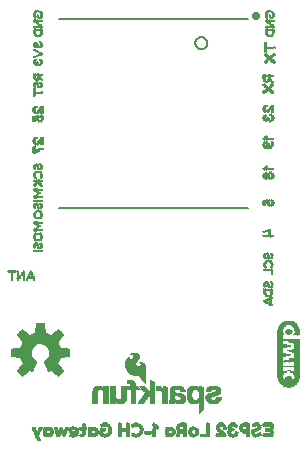
<source format=gbo>
G75*
%MOIN*%
%OFA0B0*%
%FSLAX25Y25*%
%IPPOS*%
%LPD*%
%AMOC8*
5,1,8,0,0,1.08239X$1,22.5*
%
%ADD10C,0.00500*%
%ADD11C,0.02828*%
%ADD12R,0.00118X0.00827*%
%ADD13R,0.00118X0.00118*%
%ADD14R,0.00118X0.00945*%
%ADD15R,0.00157X0.01417*%
%ADD16R,0.00157X0.00591*%
%ADD17R,0.00157X0.00709*%
%ADD18R,0.00157X0.01654*%
%ADD19R,0.00118X0.01890*%
%ADD20R,0.00118X0.00709*%
%ADD21R,0.00118X0.02008*%
%ADD22R,0.00118X0.02126*%
%ADD23R,0.00118X0.02244*%
%ADD24R,0.00118X0.02362*%
%ADD25R,0.00118X0.01063*%
%ADD26R,0.00157X0.02362*%
%ADD27R,0.00157X0.01063*%
%ADD28R,0.00157X0.00827*%
%ADD29R,0.00157X0.02480*%
%ADD30R,0.00118X0.01181*%
%ADD31R,0.00118X0.02480*%
%ADD32R,0.00118X0.00472*%
%ADD33R,0.00118X0.01299*%
%ADD34R,0.00118X0.01417*%
%ADD35R,0.00157X0.00945*%
%ADD36R,0.00118X0.01535*%
%ADD37R,0.00118X0.01654*%
%ADD38R,0.00118X0.01772*%
%ADD39R,0.00157X0.01535*%
%ADD40R,0.00118X0.02598*%
%ADD41R,0.00157X0.02598*%
%ADD42R,0.00157X0.01181*%
%ADD43R,0.00157X0.01772*%
%ADD44R,0.00157X0.01890*%
%ADD45R,0.00118X0.00591*%
%ADD46R,0.00118X0.00236*%
%ADD47R,0.00118X0.03031*%
%ADD48R,0.00118X0.00394*%
%ADD49R,0.00157X0.03425*%
%ADD50R,0.00118X0.03583*%
%ADD51R,0.00157X0.03583*%
%ADD52R,0.00157X0.01102*%
%ADD53R,0.00157X0.01260*%
%ADD54R,0.00118X0.03425*%
%ADD55R,0.00118X0.01220*%
%ADD56R,0.00118X0.01102*%
%ADD57R,0.00157X0.03307*%
%ADD58R,0.00157X0.01220*%
%ADD59R,0.00118X0.00984*%
%ADD60R,0.00118X0.01260*%
%ADD61R,0.00157X0.00984*%
%ADD62R,0.00157X0.02323*%
%ADD63R,0.00118X0.02087*%
%ADD64R,0.00118X0.01929*%
%ADD65R,0.00157X0.02205*%
%ADD66R,0.00118X0.00669*%
%ADD67R,0.00118X0.00551*%
%ADD68R,0.00118X0.00433*%
%ADD69R,0.00157X0.01929*%
%ADD70R,0.00157X0.00669*%
%ADD71R,0.00118X0.02638*%
%ADD72R,0.00157X0.02756*%
%ADD73R,0.00118X0.02756*%
%ADD74R,0.00118X0.02047*%
%ADD75R,0.00157X0.01811*%
%ADD76R,0.00118X0.01496*%
%ADD77R,0.00157X0.01378*%
%ADD78R,0.00118X0.01378*%
%ADD79R,0.00157X0.02638*%
%ADD80R,0.00157X0.02087*%
%ADD81R,0.00118X0.02205*%
%ADD82R,0.00118X0.02323*%
%ADD83R,0.00157X0.00551*%
%ADD84R,0.00157X0.01496*%
%ADD85R,0.00118X0.02874*%
%ADD86R,0.00157X0.02874*%
%ADD87R,0.00157X0.00433*%
%ADD88R,0.00118X0.00157*%
%ADD89R,0.00118X0.01811*%
%ADD90R,0.00157X0.02047*%
%ADD91R,0.00118X0.00276*%
%ADD92R,0.00157X0.00157*%
%ADD93R,0.00157X0.00276*%
%ADD94R,0.00157X0.01299*%
%ADD95R,0.00157X0.02008*%
%ADD96R,0.00118X0.00354*%
%ADD97R,0.00157X0.02244*%
%ADD98R,0.00118X0.02717*%
%ADD99R,0.00118X0.02835*%
%ADD100R,0.00157X0.02953*%
%ADD101R,0.00236X0.00118*%
%ADD102R,0.02598X0.00118*%
%ADD103R,0.00591X0.00157*%
%ADD104R,0.00709X0.00157*%
%ADD105R,0.02953X0.00157*%
%ADD106R,0.00709X0.00118*%
%ADD107R,0.00827X0.00118*%
%ADD108R,0.03071X0.00118*%
%ADD109R,0.00945X0.00118*%
%ADD110R,0.02953X0.00118*%
%ADD111R,0.01063X0.00157*%
%ADD112R,0.00827X0.00157*%
%ADD113R,0.02835X0.00157*%
%ADD114R,0.01181X0.00118*%
%ADD115R,0.01299X0.00118*%
%ADD116R,0.01417X0.00118*%
%ADD117R,0.01535X0.00157*%
%ADD118R,0.01417X0.00157*%
%ADD119R,0.01654X0.00118*%
%ADD120R,0.01535X0.00118*%
%ADD121R,0.01772X0.00118*%
%ADD122R,0.00945X0.00157*%
%ADD123R,0.02362X0.00118*%
%ADD124R,0.02480X0.00157*%
%ADD125R,0.02717X0.00118*%
%ADD126R,0.02835X0.00118*%
%ADD127R,0.01181X0.00157*%
%ADD128R,0.01063X0.00118*%
%ADD129R,0.00591X0.00118*%
%ADD130R,0.00472X0.00118*%
%ADD131R,0.00157X0.00472*%
%ADD132R,0.00118X0.03071*%
%ADD133R,0.00118X0.02953*%
%ADD134R,0.00157X0.02835*%
%ADD135R,0.00157X0.02126*%
%ADD136R,0.00157X0.01575*%
%ADD137R,0.00118X0.01969*%
%ADD138R,0.00157X0.02677*%
%ADD139R,0.00118X0.01142*%
%ADD140R,0.00118X0.01693*%
%ADD141R,0.00157X0.01969*%
%ADD142R,0.00157X0.02402*%
%ADD143R,0.00118X0.01575*%
%ADD144R,0.00157X0.01693*%
%ADD145R,0.00157X0.00866*%
%ADD146R,0.00118X0.02795*%
%ADD147R,0.00118X0.02402*%
%ADD148R,0.00157X0.02795*%
%ADD149R,0.02835X0.00197*%
%ADD150R,0.01220X0.00197*%
%ADD151R,0.01575X0.00197*%
%ADD152R,0.01024X0.00197*%
%ADD153R,0.01102X0.00197*%
%ADD154R,0.00157X0.00197*%
%ADD155R,0.01614X0.00197*%
%ADD156R,0.00866X0.00197*%
%ADD157R,0.00197X0.00197*%
%ADD158R,0.01260X0.00197*%
%ADD159R,0.03543X0.00157*%
%ADD160R,0.02126X0.00157*%
%ADD161R,0.02638X0.00157*%
%ADD162R,0.01929X0.00157*%
%ADD163R,0.00866X0.00157*%
%ADD164R,0.02323X0.00157*%
%ADD165R,0.00354X0.00157*%
%ADD166R,0.03543X0.00197*%
%ADD167R,0.02441X0.00197*%
%ADD168R,0.02992X0.00197*%
%ADD169R,0.02480X0.00197*%
%ADD170R,0.02323X0.00197*%
%ADD171R,0.02638X0.00197*%
%ADD172R,0.02677X0.00197*%
%ADD173R,0.01063X0.00197*%
%ADD174R,0.03701X0.00157*%
%ADD175R,0.03189X0.00157*%
%ADD176R,0.01260X0.00157*%
%ADD177R,0.03150X0.00157*%
%ADD178R,0.03701X0.00197*%
%ADD179R,0.03031X0.00197*%
%ADD180R,0.03386X0.00197*%
%ADD181R,0.03346X0.00197*%
%ADD182R,0.03031X0.00157*%
%ADD183R,0.03386X0.00157*%
%ADD184R,0.03228X0.00157*%
%ADD185R,0.01772X0.00157*%
%ADD186R,0.03504X0.00157*%
%ADD187R,0.03228X0.00197*%
%ADD188R,0.02126X0.00197*%
%ADD189R,0.03583X0.00197*%
%ADD190R,0.00551X0.00157*%
%ADD191R,0.01220X0.00157*%
%ADD192R,0.01378X0.00157*%
%ADD193R,0.02283X0.00157*%
%ADD194R,0.01575X0.00157*%
%ADD195R,0.00906X0.00157*%
%ADD196R,0.00906X0.00197*%
%ADD197R,0.02283X0.00197*%
%ADD198R,0.01378X0.00197*%
%ADD199R,0.00354X0.00197*%
%ADD200R,0.01417X0.00197*%
%ADD201R,0.01772X0.00197*%
%ADD202R,0.00512X0.00197*%
%ADD203R,0.00709X0.00197*%
%ADD204R,0.00748X0.00197*%
%ADD205R,0.02677X0.00157*%
%ADD206R,0.01102X0.00157*%
%ADD207R,0.01969X0.00197*%
%ADD208R,0.04449X0.00197*%
%ADD209R,0.02992X0.00157*%
%ADD210R,0.04094X0.00157*%
%ADD211R,0.01929X0.00197*%
%ADD212R,0.03189X0.00197*%
%ADD213R,0.04094X0.00197*%
%ADD214R,0.01732X0.00157*%
%ADD215R,0.03346X0.00157*%
%ADD216R,0.01457X0.00197*%
%ADD217R,0.01969X0.00157*%
%ADD218R,0.04213X0.00157*%
%ADD219R,0.01732X0.00197*%
%ADD220R,0.04055X0.00197*%
%ADD221R,0.04055X0.00157*%
%ADD222R,0.03898X0.00197*%
%ADD223R,0.00512X0.00157*%
%ADD224R,0.03898X0.00157*%
%ADD225R,0.03504X0.00197*%
%ADD226R,0.02441X0.00157*%
%ADD227R,0.01614X0.00157*%
%ADD228R,0.01024X0.00157*%
%ADD229R,0.00551X0.00197*%
%ADD230R,0.00315X0.00157*%
%ADD231C,0.00300*%
%ADD232R,0.00079X0.15906*%
%ADD233R,0.00079X0.16772*%
%ADD234R,0.00079X0.17244*%
%ADD235R,0.00079X0.17717*%
%ADD236R,0.00079X0.18031*%
%ADD237R,0.00079X0.18346*%
%ADD238R,0.00079X0.18661*%
%ADD239R,0.00079X0.18898*%
%ADD240R,0.00079X0.19134*%
%ADD241R,0.00079X0.19370*%
%ADD242R,0.00079X0.19528*%
%ADD243R,0.00079X0.19764*%
%ADD244R,0.00079X0.19921*%
%ADD245R,0.00079X0.20079*%
%ADD246R,0.00079X0.20236*%
%ADD247R,0.00079X0.20394*%
%ADD248R,0.00079X0.20551*%
%ADD249R,0.00079X0.20630*%
%ADD250R,0.00079X0.20709*%
%ADD251R,0.00079X0.20866*%
%ADD252R,0.00079X0.02362*%
%ADD253R,0.00079X0.00787*%
%ADD254R,0.00079X0.00197*%
%ADD255R,0.00079X0.01654*%
%ADD256R,0.00079X0.00157*%
%ADD257R,0.00079X0.00315*%
%ADD258R,0.00079X0.01890*%
%ADD259R,0.00079X0.02205*%
%ADD260R,0.00079X0.00630*%
%ADD261R,0.00079X0.00276*%
%ADD262R,0.00079X0.00236*%
%ADD263R,0.00079X0.01575*%
%ADD264R,0.00079X0.02283*%
%ADD265R,0.00079X0.02047*%
%ADD266R,0.00079X0.00472*%
%ADD267R,0.00079X0.01496*%
%ADD268R,0.00079X0.01417*%
%ADD269R,0.00079X0.01969*%
%ADD270R,0.00079X0.01260*%
%ADD271R,0.00079X0.00354*%
%ADD272R,0.00079X0.01102*%
%ADD273R,0.00079X0.02441*%
%ADD274R,0.00039X0.01890*%
%ADD275R,0.00039X0.00157*%
%ADD276R,0.00039X0.00354*%
%ADD277R,0.00039X0.01496*%
%ADD278R,0.00039X0.01417*%
%ADD279R,0.00039X0.00315*%
%ADD280R,0.00039X0.01024*%
%ADD281R,0.00039X0.02441*%
%ADD282R,0.00079X0.01811*%
%ADD283R,0.00079X0.00079*%
%ADD284R,0.00079X0.00433*%
%ADD285R,0.00079X0.01339*%
%ADD286R,0.00079X0.00945*%
%ADD287R,0.00079X0.02520*%
%ADD288R,0.00079X0.00394*%
%ADD289R,0.00079X0.00866*%
%ADD290R,0.00079X0.01732*%
%ADD291R,0.00079X0.02598*%
%ADD292R,0.00079X0.00512*%
%ADD293R,0.00079X0.01181*%
%ADD294R,0.00079X0.00709*%
%ADD295R,0.00079X0.02677*%
%ADD296R,0.00079X0.00591*%
%ADD297R,0.00079X0.00551*%
%ADD298R,0.00079X0.01024*%
%ADD299R,0.00079X0.02717*%
%ADD300R,0.00079X0.03110*%
%ADD301R,0.00079X0.00669*%
%ADD302R,0.00079X0.03307*%
%ADD303R,0.00079X0.03386*%
%ADD304R,0.00079X0.03543*%
%ADD305R,0.00079X0.01457*%
%ADD306R,0.00079X0.00748*%
%ADD307R,0.00079X0.03622*%
%ADD308R,0.00079X0.01614*%
%ADD309R,0.00079X0.00827*%
%ADD310R,0.00079X0.03701*%
%ADD311R,0.00079X0.01693*%
%ADD312R,0.00079X0.03780*%
%ADD313R,0.00079X0.01772*%
%ADD314R,0.00079X0.00906*%
%ADD315R,0.00079X0.00984*%
%ADD316R,0.00079X0.01063*%
%ADD317R,0.00079X0.01142*%
%ADD318R,0.00079X0.01220*%
%ADD319R,0.00079X0.03465*%
%ADD320R,0.00079X0.01299*%
%ADD321R,0.00079X0.01378*%
%ADD322R,0.00079X0.03189*%
%ADD323R,0.00039X0.01732*%
%ADD324R,0.00039X0.01535*%
%ADD325R,0.00039X0.01220*%
%ADD326R,0.00039X0.01457*%
%ADD327R,0.00039X0.00787*%
%ADD328R,0.00039X0.02520*%
%ADD329R,0.00079X0.01535*%
%ADD330R,0.00079X0.12677*%
%ADD331R,0.00079X0.03976*%
%ADD332R,0.00079X0.15394*%
%ADD333R,0.00079X0.03898*%
%ADD334R,0.00079X0.15315*%
%ADD335R,0.00079X0.15236*%
%ADD336R,0.00079X0.03819*%
%ADD337R,0.00079X0.15157*%
%ADD338R,0.00079X0.03740*%
%ADD339R,0.00079X0.15079*%
%ADD340R,0.00079X0.03661*%
%ADD341R,0.00079X0.15000*%
%ADD342R,0.00079X0.03583*%
%ADD343R,0.00079X0.03504*%
%ADD344R,0.00079X0.14843*%
%ADD345R,0.00079X0.03346*%
%ADD346R,0.00079X0.14764*%
%ADD347R,0.00079X0.03268*%
%ADD348R,0.00079X0.14685*%
%ADD349R,0.00079X0.14528*%
%ADD350R,0.00079X0.03031*%
%ADD351R,0.00079X0.14449*%
%ADD352R,0.00079X0.02953*%
%ADD353R,0.00079X0.14291*%
%ADD354R,0.00079X0.02795*%
%ADD355R,0.00079X0.14213*%
%ADD356R,0.00079X0.02638*%
%ADD357R,0.00079X0.14055*%
%ADD358R,0.00079X0.02402*%
%ADD359R,0.00079X0.13819*%
%ADD360R,0.00079X0.02244*%
%ADD361R,0.00079X0.13583*%
%ADD362R,0.00079X0.01929*%
%ADD363R,0.00079X0.13268*%
%ADD364R,0.00079X0.12874*%
D10*
X0121337Y0144504D02*
X0184329Y0144504D01*
X0166612Y0199622D02*
X0166614Y0199710D01*
X0166620Y0199798D01*
X0166630Y0199886D01*
X0166644Y0199974D01*
X0166661Y0200060D01*
X0166683Y0200146D01*
X0166708Y0200230D01*
X0166738Y0200314D01*
X0166770Y0200396D01*
X0166807Y0200476D01*
X0166847Y0200555D01*
X0166891Y0200632D01*
X0166938Y0200707D01*
X0166988Y0200779D01*
X0167042Y0200850D01*
X0167098Y0200917D01*
X0167158Y0200983D01*
X0167220Y0201045D01*
X0167286Y0201105D01*
X0167353Y0201161D01*
X0167424Y0201215D01*
X0167496Y0201265D01*
X0167571Y0201312D01*
X0167648Y0201356D01*
X0167727Y0201396D01*
X0167807Y0201433D01*
X0167889Y0201465D01*
X0167973Y0201495D01*
X0168057Y0201520D01*
X0168143Y0201542D01*
X0168229Y0201559D01*
X0168317Y0201573D01*
X0168405Y0201583D01*
X0168493Y0201589D01*
X0168581Y0201591D01*
X0168669Y0201589D01*
X0168757Y0201583D01*
X0168845Y0201573D01*
X0168933Y0201559D01*
X0169019Y0201542D01*
X0169105Y0201520D01*
X0169189Y0201495D01*
X0169273Y0201465D01*
X0169355Y0201433D01*
X0169435Y0201396D01*
X0169514Y0201356D01*
X0169591Y0201312D01*
X0169666Y0201265D01*
X0169738Y0201215D01*
X0169809Y0201161D01*
X0169876Y0201105D01*
X0169942Y0201045D01*
X0170004Y0200983D01*
X0170064Y0200917D01*
X0170120Y0200850D01*
X0170174Y0200779D01*
X0170224Y0200707D01*
X0170271Y0200632D01*
X0170315Y0200555D01*
X0170355Y0200476D01*
X0170392Y0200396D01*
X0170424Y0200314D01*
X0170454Y0200230D01*
X0170479Y0200146D01*
X0170501Y0200060D01*
X0170518Y0199974D01*
X0170532Y0199886D01*
X0170542Y0199798D01*
X0170548Y0199710D01*
X0170550Y0199622D01*
X0170548Y0199534D01*
X0170542Y0199446D01*
X0170532Y0199358D01*
X0170518Y0199270D01*
X0170501Y0199184D01*
X0170479Y0199098D01*
X0170454Y0199014D01*
X0170424Y0198930D01*
X0170392Y0198848D01*
X0170355Y0198768D01*
X0170315Y0198689D01*
X0170271Y0198612D01*
X0170224Y0198537D01*
X0170174Y0198465D01*
X0170120Y0198394D01*
X0170064Y0198327D01*
X0170004Y0198261D01*
X0169942Y0198199D01*
X0169876Y0198139D01*
X0169809Y0198083D01*
X0169738Y0198029D01*
X0169666Y0197979D01*
X0169591Y0197932D01*
X0169514Y0197888D01*
X0169435Y0197848D01*
X0169355Y0197811D01*
X0169273Y0197779D01*
X0169189Y0197749D01*
X0169105Y0197724D01*
X0169019Y0197702D01*
X0168933Y0197685D01*
X0168845Y0197671D01*
X0168757Y0197661D01*
X0168669Y0197655D01*
X0168581Y0197653D01*
X0168493Y0197655D01*
X0168405Y0197661D01*
X0168317Y0197671D01*
X0168229Y0197685D01*
X0168143Y0197702D01*
X0168057Y0197724D01*
X0167973Y0197749D01*
X0167889Y0197779D01*
X0167807Y0197811D01*
X0167727Y0197848D01*
X0167648Y0197888D01*
X0167571Y0197932D01*
X0167496Y0197979D01*
X0167424Y0198029D01*
X0167353Y0198083D01*
X0167286Y0198139D01*
X0167220Y0198199D01*
X0167158Y0198261D01*
X0167098Y0198327D01*
X0167042Y0198394D01*
X0166988Y0198465D01*
X0166938Y0198537D01*
X0166891Y0198612D01*
X0166847Y0198689D01*
X0166807Y0198768D01*
X0166770Y0198848D01*
X0166738Y0198930D01*
X0166708Y0199014D01*
X0166683Y0199098D01*
X0166661Y0199184D01*
X0166644Y0199270D01*
X0166630Y0199358D01*
X0166620Y0199446D01*
X0166614Y0199534D01*
X0166612Y0199622D01*
X0184329Y0207496D02*
X0121337Y0207496D01*
D11*
X0186833Y0208500D03*
D12*
X0190028Y0208939D03*
X0191249Y0210120D03*
X0191367Y0210120D03*
X0191446Y0210120D03*
X0191721Y0210120D03*
X0191800Y0210120D03*
X0191918Y0210120D03*
X0192194Y0210002D03*
X0192194Y0208112D03*
X0192312Y0208112D03*
X0192312Y0207049D03*
X0192390Y0207049D03*
X0192194Y0207049D03*
X0191918Y0207049D03*
X0191800Y0207049D03*
X0191721Y0207049D03*
X0192666Y0207049D03*
X0192745Y0207049D03*
X0192863Y0207049D03*
X0191721Y0205041D03*
X0191446Y0205041D03*
X0191367Y0205041D03*
X0191249Y0205041D03*
X0190973Y0205041D03*
X0190855Y0205041D03*
X0190776Y0205041D03*
X0190501Y0205041D03*
X0190383Y0205041D03*
X0190855Y0203978D03*
X0190973Y0203978D03*
X0191249Y0203978D03*
X0191367Y0203978D03*
X0191446Y0203978D03*
X0191721Y0203978D03*
X0191800Y0203978D03*
X0191918Y0203978D03*
X0192194Y0203978D03*
X0192312Y0203978D03*
X0191918Y0202089D03*
X0191367Y0202089D03*
X0191249Y0202089D03*
X0190304Y0207049D03*
X0193099Y0198177D03*
X0189292Y0177703D03*
X0190394Y0175341D03*
X0190946Y0167571D03*
X0191221Y0167571D03*
X0191497Y0167571D03*
X0191772Y0167571D03*
X0192048Y0167571D03*
X0192323Y0167571D03*
X0192599Y0167571D03*
X0192875Y0167571D03*
X0190394Y0166350D03*
X0189292Y0165524D03*
X0189568Y0167571D03*
X0189292Y0155366D03*
X0190394Y0146872D03*
X0191497Y0146872D03*
X0191772Y0145494D03*
X0190473Y0129370D03*
X0190276Y0129252D03*
X0189528Y0128661D03*
X0190867Y0126890D03*
X0190946Y0126890D03*
X0191221Y0126890D03*
X0191300Y0126890D03*
X0191418Y0126890D03*
X0191694Y0126772D03*
X0191694Y0127835D03*
X0191812Y0127835D03*
X0191890Y0127953D03*
X0191890Y0123937D03*
X0191812Y0123937D03*
X0191694Y0123937D03*
X0191418Y0123937D03*
X0191300Y0123937D03*
X0191221Y0123937D03*
X0190946Y0123937D03*
X0190867Y0123937D03*
X0190749Y0123937D03*
X0190473Y0123937D03*
X0190355Y0123937D03*
X0190276Y0123937D03*
X0190001Y0123937D03*
X0189883Y0123937D03*
X0189804Y0123937D03*
X0190355Y0119752D03*
X0189528Y0119161D03*
X0190355Y0117272D03*
X0190473Y0117272D03*
X0190749Y0117272D03*
X0190867Y0117272D03*
X0190946Y0117272D03*
X0191221Y0117272D03*
X0191300Y0117272D03*
X0191418Y0117272D03*
X0191694Y0117272D03*
X0191812Y0117272D03*
X0191812Y0118335D03*
X0191694Y0118335D03*
X0191418Y0115382D03*
X0191300Y0115382D03*
X0191221Y0115382D03*
X0190946Y0115382D03*
X0190867Y0115382D03*
X0190749Y0115382D03*
X0191221Y0114083D03*
X0190946Y0113965D03*
X0189883Y0113492D03*
X0191300Y0112783D03*
X0192245Y0112311D03*
X0192363Y0112311D03*
X0192245Y0114555D03*
X0192166Y0114555D03*
X0192363Y0114673D03*
X0115613Y0130303D03*
X0115495Y0130303D03*
X0115416Y0130303D03*
X0115140Y0130303D03*
X0115062Y0130303D03*
X0114944Y0130303D03*
X0114668Y0130303D03*
X0114550Y0130303D03*
X0114471Y0130303D03*
X0114196Y0130303D03*
X0114117Y0130303D03*
X0113999Y0130303D03*
X0113723Y0130303D03*
X0113605Y0130303D03*
X0113526Y0130303D03*
X0113251Y0130303D03*
X0113133Y0130303D03*
X0113054Y0130303D03*
X0112778Y0132075D03*
X0113605Y0132783D03*
X0113723Y0132783D03*
X0113999Y0133846D03*
X0114117Y0133846D03*
X0114196Y0133846D03*
X0114471Y0133846D03*
X0114550Y0133846D03*
X0114668Y0133846D03*
X0114944Y0133965D03*
X0115140Y0132783D03*
X0115140Y0131366D03*
X0115062Y0131366D03*
X0114944Y0131366D03*
X0114668Y0136091D03*
X0114550Y0136091D03*
X0114471Y0136091D03*
X0114196Y0136091D03*
X0114117Y0136091D03*
X0113999Y0136091D03*
X0114471Y0137154D03*
X0114550Y0137154D03*
X0114668Y0137154D03*
X0114944Y0137154D03*
X0115062Y0137154D03*
X0115140Y0137154D03*
X0115416Y0137154D03*
X0115495Y0137154D03*
X0115613Y0137154D03*
X0114944Y0138453D03*
X0114944Y0139752D03*
X0115062Y0139752D03*
X0115140Y0139752D03*
X0115416Y0139752D03*
X0115495Y0139752D03*
X0115613Y0139752D03*
X0114668Y0139752D03*
X0114550Y0139752D03*
X0114471Y0139752D03*
X0113054Y0139752D03*
X0113999Y0141303D03*
X0114117Y0141303D03*
X0114196Y0141185D03*
X0114471Y0141185D03*
X0114668Y0141303D03*
X0114944Y0143429D03*
X0114668Y0143547D03*
X0114550Y0143547D03*
X0114471Y0143547D03*
X0114196Y0143547D03*
X0114117Y0143547D03*
X0113999Y0143547D03*
X0114944Y0144492D03*
X0115062Y0144492D03*
X0115140Y0144610D03*
X0113723Y0146028D03*
X0113526Y0145909D03*
X0112778Y0145319D03*
X0113054Y0147091D03*
X0113133Y0147091D03*
X0113251Y0147091D03*
X0113526Y0147091D03*
X0113605Y0147091D03*
X0113723Y0147091D03*
X0113999Y0147091D03*
X0114117Y0147091D03*
X0114196Y0147091D03*
X0114471Y0147091D03*
X0114550Y0147091D03*
X0114668Y0147091D03*
X0114944Y0147091D03*
X0115062Y0147091D03*
X0115140Y0147091D03*
X0115416Y0147091D03*
X0115495Y0147091D03*
X0115613Y0147091D03*
X0115613Y0148154D03*
X0115495Y0148154D03*
X0115416Y0148154D03*
X0115140Y0148154D03*
X0115062Y0148154D03*
X0114944Y0148154D03*
X0114668Y0148154D03*
X0114550Y0148154D03*
X0114471Y0148154D03*
X0114944Y0149453D03*
X0114944Y0150752D03*
X0115062Y0150752D03*
X0115140Y0150752D03*
X0115416Y0150752D03*
X0115495Y0150752D03*
X0115613Y0150752D03*
X0114668Y0150752D03*
X0114550Y0150752D03*
X0114471Y0150752D03*
X0113054Y0150752D03*
X0113054Y0148154D03*
X0113054Y0153687D03*
X0113133Y0153687D03*
X0113251Y0153687D03*
X0113526Y0153687D03*
X0113605Y0153687D03*
X0113723Y0153687D03*
X0114944Y0153687D03*
X0115062Y0153687D03*
X0115140Y0153687D03*
X0115416Y0153687D03*
X0115495Y0153687D03*
X0115613Y0153687D03*
X0114944Y0156522D03*
X0114668Y0156640D03*
X0114550Y0156640D03*
X0114471Y0156640D03*
X0114196Y0156640D03*
X0114117Y0156640D03*
X0114944Y0157585D03*
X0115062Y0157585D03*
X0115140Y0157703D03*
X0113723Y0159120D03*
X0113526Y0159002D03*
X0112778Y0158411D03*
X0115573Y0164315D03*
X0116125Y0164315D03*
X0112542Y0166953D03*
X0113487Y0175012D03*
X0114747Y0175012D03*
X0114196Y0178240D03*
X0113920Y0178240D03*
X0113999Y0183096D03*
X0114117Y0183096D03*
X0114196Y0183096D03*
X0114471Y0183096D03*
X0114550Y0183096D03*
X0114668Y0183096D03*
X0114944Y0183096D03*
X0115062Y0183096D03*
X0115140Y0183096D03*
X0115416Y0183096D03*
X0115495Y0183096D03*
X0113723Y0183096D03*
X0113605Y0183096D03*
X0113526Y0183096D03*
X0114944Y0184986D03*
X0115062Y0184986D03*
X0115140Y0184986D03*
X0115140Y0186404D03*
X0115613Y0187348D03*
X0115416Y0187467D03*
X0115140Y0187585D03*
X0114196Y0187467D03*
X0114117Y0187348D03*
X0113999Y0187348D03*
X0113723Y0187467D03*
X0113723Y0186404D03*
X0113605Y0186404D03*
X0112778Y0185695D03*
X0113605Y0189002D03*
X0113723Y0189002D03*
X0113999Y0189002D03*
X0114117Y0189002D03*
X0114196Y0189002D03*
X0115140Y0189002D03*
X0115416Y0189002D03*
X0115495Y0189002D03*
X0115613Y0189002D03*
X0115062Y0192311D03*
X0114944Y0192311D03*
X0115140Y0192429D03*
X0113723Y0192429D03*
X0113605Y0192429D03*
X0112778Y0193138D03*
X0113605Y0193846D03*
X0113251Y0194909D03*
X0113133Y0194909D03*
X0113526Y0195028D03*
X0113723Y0195146D03*
X0113999Y0195264D03*
X0114117Y0195264D03*
X0114196Y0195382D03*
X0114471Y0195500D03*
X0114550Y0195500D03*
X0114668Y0195618D03*
X0114668Y0196563D03*
X0114550Y0196563D03*
X0114471Y0196681D03*
X0114196Y0196799D03*
X0114117Y0196799D03*
X0113999Y0196917D03*
X0113723Y0197035D03*
X0113605Y0197035D03*
X0113526Y0197154D03*
X0113251Y0197272D03*
X0113133Y0197272D03*
X0113054Y0197272D03*
X0113605Y0198335D03*
X0113723Y0198335D03*
X0112778Y0199043D03*
X0113605Y0199752D03*
X0114944Y0199870D03*
X0115062Y0199870D03*
X0115140Y0198335D03*
X0115062Y0198217D03*
X0114944Y0198217D03*
X0115613Y0196091D03*
X0115062Y0193965D03*
X0114944Y0193965D03*
X0114668Y0202089D03*
X0114117Y0202089D03*
X0113999Y0202089D03*
X0113999Y0203978D03*
X0114117Y0203978D03*
X0114196Y0203978D03*
X0114471Y0203978D03*
X0114550Y0203978D03*
X0114668Y0203978D03*
X0114944Y0203978D03*
X0115062Y0203978D03*
X0114471Y0205041D03*
X0114196Y0205041D03*
X0114117Y0205041D03*
X0113999Y0205041D03*
X0113723Y0205041D03*
X0113605Y0205041D03*
X0113526Y0205041D03*
X0113251Y0205041D03*
X0113133Y0205041D03*
X0113605Y0203978D03*
X0113723Y0203978D03*
X0113054Y0207049D03*
X0114471Y0207049D03*
X0114550Y0207049D03*
X0114668Y0207049D03*
X0114944Y0207049D03*
X0115062Y0207049D03*
X0115140Y0207049D03*
X0115416Y0207049D03*
X0115495Y0207049D03*
X0115613Y0207049D03*
X0115062Y0208112D03*
X0114944Y0208112D03*
X0114944Y0210002D03*
X0114668Y0210120D03*
X0114550Y0210120D03*
X0114471Y0210120D03*
X0114196Y0210120D03*
X0114117Y0210120D03*
X0113999Y0210120D03*
X0112778Y0208939D03*
X0113054Y0137154D03*
D13*
X0112778Y0137154D03*
X0112778Y0139752D03*
X0116007Y0132075D03*
X0112778Y0130303D03*
X0111686Y0123555D03*
X0107552Y0123555D03*
X0112778Y0147091D03*
X0112778Y0148154D03*
X0112778Y0150752D03*
X0112778Y0153687D03*
X0116007Y0185695D03*
X0112778Y0205041D03*
X0112778Y0207049D03*
X0113723Y0208230D03*
X0190028Y0207049D03*
X0190973Y0208230D03*
X0190028Y0205041D03*
X0189528Y0123937D03*
X0189528Y0113492D03*
D14*
X0190001Y0113433D03*
X0190946Y0112961D03*
X0191221Y0112843D03*
X0192166Y0112370D03*
X0191300Y0114142D03*
X0191694Y0115559D03*
X0190473Y0115559D03*
X0191890Y0118394D03*
X0191890Y0119811D03*
X0190276Y0119693D03*
X0190473Y0126713D03*
X0190749Y0126831D03*
X0191890Y0129311D03*
X0190394Y0136813D03*
X0190119Y0136813D03*
X0191772Y0154480D03*
X0190394Y0156134D03*
X0190946Y0157512D03*
X0191221Y0157512D03*
X0191497Y0157512D03*
X0191772Y0157512D03*
X0192048Y0157512D03*
X0192323Y0157512D03*
X0192599Y0157512D03*
X0189568Y0157512D03*
X0190394Y0164756D03*
X0191497Y0164756D03*
X0192875Y0166134D03*
X0191772Y0173628D03*
X0191772Y0175557D03*
X0190670Y0178589D03*
X0190394Y0178589D03*
X0190068Y0193276D03*
X0190068Y0195756D03*
X0193099Y0195756D03*
X0192194Y0202148D03*
X0192312Y0202266D03*
X0190973Y0202266D03*
X0190028Y0203565D03*
X0191721Y0206045D03*
X0192863Y0205100D03*
X0192390Y0208171D03*
X0192312Y0209943D03*
X0190973Y0209943D03*
X0190383Y0206990D03*
X0115613Y0205100D03*
X0114471Y0206045D03*
X0113133Y0206990D03*
X0115140Y0208171D03*
X0115062Y0209943D03*
X0113723Y0209943D03*
X0112778Y0203565D03*
X0113723Y0202266D03*
X0114944Y0202148D03*
X0115062Y0202266D03*
X0115140Y0199811D03*
X0114668Y0198394D03*
X0113605Y0195087D03*
X0115140Y0193906D03*
X0114668Y0192488D03*
X0113605Y0187526D03*
X0113526Y0186344D03*
X0115495Y0187407D03*
X0113920Y0167839D03*
X0113644Y0167839D03*
X0115298Y0164256D03*
X0115140Y0159061D03*
X0113999Y0156581D03*
X0113723Y0156463D03*
X0113133Y0152093D03*
X0113133Y0150693D03*
X0113133Y0148213D03*
X0115140Y0145969D03*
X0115062Y0143370D03*
X0113723Y0143370D03*
X0113605Y0143252D03*
X0113723Y0141362D03*
X0114944Y0141362D03*
X0115062Y0141480D03*
X0113133Y0139693D03*
X0113133Y0137213D03*
X0113723Y0135913D03*
X0114944Y0136031D03*
X0115062Y0135913D03*
X0115062Y0134024D03*
X0113723Y0134024D03*
X0113526Y0132724D03*
X0115613Y0152093D03*
D15*
X0114333Y0153392D03*
X0112916Y0158352D03*
X0112916Y0145260D03*
X0112916Y0134969D03*
X0189666Y0128602D03*
X0189666Y0119102D03*
X0191111Y0206754D03*
X0191583Y0208526D03*
X0190166Y0208998D03*
X0114333Y0208526D03*
X0112916Y0208998D03*
X0113861Y0206754D03*
D16*
X0112916Y0207049D03*
X0114806Y0199870D03*
X0112916Y0197272D03*
X0112916Y0194909D03*
X0114806Y0193965D03*
X0112916Y0153687D03*
X0112916Y0152152D03*
X0112916Y0150752D03*
X0112916Y0139752D03*
X0189666Y0123937D03*
X0189666Y0113492D03*
X0190166Y0207049D03*
D17*
X0190166Y0205100D03*
X0193001Y0205100D03*
X0189930Y0195756D03*
X0191635Y0175557D03*
X0189430Y0167512D03*
X0192501Y0114614D03*
X0192501Y0112252D03*
X0115751Y0152093D03*
X0112916Y0148213D03*
X0112916Y0147031D03*
X0112916Y0137213D03*
X0112916Y0130244D03*
X0115318Y0175071D03*
X0115751Y0183156D03*
X0115751Y0187407D03*
X0115751Y0189061D03*
X0115751Y0205100D03*
X0112916Y0205100D03*
D18*
X0112916Y0203447D03*
X0114806Y0196031D03*
X0115042Y0177394D03*
X0115160Y0167209D03*
X0115751Y0155400D03*
X0115751Y0142425D03*
X0115751Y0134969D03*
X0190257Y0157866D03*
X0190257Y0167984D03*
X0191359Y0174100D03*
X0191910Y0177959D03*
X0191359Y0184350D03*
X0190166Y0203447D03*
X0192501Y0125650D03*
D19*
X0189883Y0128602D03*
X0189883Y0119102D03*
X0190001Y0119102D03*
X0192363Y0119102D03*
X0115613Y0134969D03*
X0113133Y0145260D03*
X0113133Y0158352D03*
X0115613Y0193197D03*
X0115613Y0199102D03*
X0113054Y0208998D03*
X0190304Y0208998D03*
D20*
X0190304Y0205100D03*
X0191446Y0202030D03*
X0191721Y0202030D03*
X0191800Y0202030D03*
X0190946Y0178589D03*
X0192875Y0157512D03*
X0190355Y0129311D03*
X0190276Y0128130D03*
X0191890Y0125059D03*
X0191812Y0119811D03*
X0190473Y0119811D03*
X0190276Y0118630D03*
X0189804Y0113433D03*
X0115140Y0154809D03*
X0113054Y0152093D03*
X0113526Y0157880D03*
X0113605Y0159061D03*
X0114196Y0167839D03*
X0115613Y0183156D03*
X0113526Y0185163D03*
X0113723Y0193787D03*
X0113054Y0194850D03*
X0113723Y0199693D03*
X0114196Y0202030D03*
X0114471Y0202030D03*
X0114550Y0202030D03*
X0113054Y0205100D03*
X0113605Y0145969D03*
X0113526Y0144787D03*
X0112778Y0142425D03*
X0114550Y0141244D03*
X0112778Y0134969D03*
X0113526Y0131543D03*
D21*
X0113251Y0132075D03*
X0115495Y0132075D03*
X0115613Y0142366D03*
X0113133Y0142366D03*
X0113251Y0145319D03*
X0115495Y0145319D03*
X0115613Y0155459D03*
X0115495Y0158411D03*
X0113251Y0158411D03*
X0113251Y0185695D03*
X0115495Y0185695D03*
X0113054Y0188411D03*
X0113251Y0193138D03*
X0115495Y0193138D03*
X0115495Y0199043D03*
X0113251Y0199043D03*
X0113054Y0203388D03*
X0115613Y0208939D03*
X0190304Y0203388D03*
X0192863Y0208939D03*
X0192245Y0128661D03*
X0190001Y0128661D03*
X0192363Y0125709D03*
X0192245Y0119161D03*
X0189804Y0116681D03*
D22*
X0189883Y0116622D03*
X0192363Y0116622D03*
X0192166Y0119102D03*
X0192638Y0123169D03*
X0189883Y0125650D03*
X0115416Y0132134D03*
X0115495Y0134969D03*
X0113133Y0134969D03*
X0113133Y0155400D03*
X0114196Y0174520D03*
X0112936Y0177315D03*
X0115416Y0185754D03*
X0114668Y0188352D03*
X0113133Y0188352D03*
X0115613Y0203329D03*
X0113133Y0208998D03*
X0190383Y0208998D03*
X0192863Y0203329D03*
D23*
X0192745Y0203270D03*
X0190383Y0203270D03*
X0192745Y0208939D03*
X0115495Y0208939D03*
X0115495Y0203270D03*
X0113133Y0203270D03*
X0113526Y0199043D03*
X0115416Y0199043D03*
X0115416Y0193138D03*
X0113526Y0193138D03*
X0113251Y0188293D03*
X0114550Y0188293D03*
X0114944Y0188293D03*
X0115062Y0188293D03*
X0114471Y0174461D03*
X0115731Y0174461D03*
X0113211Y0174303D03*
X0112936Y0174303D03*
X0115416Y0158411D03*
X0115495Y0155459D03*
X0113251Y0155459D03*
X0115416Y0145319D03*
X0115495Y0142366D03*
X0113251Y0142366D03*
X0190001Y0125709D03*
X0192245Y0125709D03*
X0192245Y0123228D03*
X0192166Y0123228D03*
X0192363Y0123228D03*
X0192166Y0128661D03*
X0192245Y0116563D03*
X0190001Y0116563D03*
D24*
X0192166Y0116504D03*
X0191418Y0113433D03*
X0192166Y0125768D03*
X0192048Y0177762D03*
X0189568Y0188012D03*
X0190501Y0203211D03*
X0192666Y0203211D03*
X0192666Y0208998D03*
X0190776Y0209116D03*
X0190501Y0208998D03*
X0115416Y0208998D03*
X0113526Y0209116D03*
X0113251Y0208998D03*
X0113251Y0203211D03*
X0115416Y0203211D03*
X0114471Y0188234D03*
X0113526Y0188234D03*
X0113211Y0177315D03*
X0115298Y0167012D03*
X0115416Y0155518D03*
X0115416Y0134969D03*
X0113251Y0134969D03*
D25*
X0113605Y0135854D03*
X0113251Y0137272D03*
X0114668Y0138453D03*
X0113251Y0139634D03*
X0113605Y0141539D03*
X0115140Y0143193D03*
X0115888Y0145319D03*
X0113999Y0145791D03*
X0113251Y0148272D03*
X0114668Y0149453D03*
X0113251Y0150634D03*
X0113251Y0152152D03*
X0113526Y0152388D03*
X0113605Y0152506D03*
X0113723Y0152624D03*
X0114944Y0152624D03*
X0115062Y0152506D03*
X0115140Y0152388D03*
X0115416Y0152270D03*
X0115495Y0152152D03*
X0115062Y0156404D03*
X0115888Y0158411D03*
X0113999Y0158884D03*
X0113605Y0134083D03*
X0115888Y0132075D03*
X0115888Y0185695D03*
X0115495Y0196091D03*
X0115416Y0196091D03*
X0115495Y0205159D03*
X0113251Y0206931D03*
X0113605Y0209884D03*
X0115140Y0209766D03*
X0190501Y0206931D03*
X0192745Y0205159D03*
X0192390Y0209766D03*
X0190855Y0209884D03*
X0190749Y0129134D03*
X0192638Y0128661D03*
X0191812Y0126654D03*
X0190749Y0119634D03*
X0189528Y0116917D03*
X0191812Y0115618D03*
D26*
X0190138Y0116504D03*
X0190138Y0125768D03*
X0191910Y0135986D03*
X0192186Y0146262D03*
X0191359Y0146262D03*
X0189981Y0165583D03*
X0190638Y0209116D03*
X0115318Y0177315D03*
X0113073Y0177315D03*
X0115593Y0174520D03*
X0114333Y0188234D03*
X0113388Y0209116D03*
X0113388Y0155518D03*
D27*
X0113388Y0152270D03*
X0113388Y0206931D03*
X0190638Y0206931D03*
X0190138Y0113492D03*
D28*
X0191083Y0112902D03*
X0191083Y0115382D03*
X0190611Y0115500D03*
X0190611Y0117272D03*
X0191083Y0117272D03*
X0191556Y0117272D03*
X0190611Y0119752D03*
X0190611Y0123937D03*
X0191083Y0123937D03*
X0191556Y0123937D03*
X0190138Y0123937D03*
X0190611Y0126772D03*
X0191083Y0126890D03*
X0191556Y0126772D03*
X0190611Y0129252D03*
X0189430Y0135376D03*
X0190257Y0146872D03*
X0189430Y0157453D03*
X0192737Y0157453D03*
X0190532Y0166350D03*
X0190257Y0166350D03*
X0191083Y0167571D03*
X0191359Y0167571D03*
X0191635Y0167571D03*
X0191910Y0167571D03*
X0192186Y0167571D03*
X0192461Y0167571D03*
X0192737Y0167571D03*
X0192737Y0183110D03*
X0192737Y0185591D03*
X0192737Y0186693D03*
X0189430Y0183110D03*
X0189930Y0193217D03*
X0193237Y0193217D03*
X0193237Y0195815D03*
X0193237Y0198177D03*
X0191583Y0201970D03*
X0192056Y0202089D03*
X0192056Y0203978D03*
X0191583Y0203978D03*
X0191111Y0203978D03*
X0191111Y0205041D03*
X0191583Y0205041D03*
X0190638Y0205041D03*
X0191583Y0206104D03*
X0191583Y0207049D03*
X0192056Y0207049D03*
X0192528Y0207049D03*
X0193001Y0207049D03*
X0192056Y0208112D03*
X0191583Y0210120D03*
X0115751Y0207049D03*
X0115278Y0207049D03*
X0114806Y0207049D03*
X0114333Y0207049D03*
X0114333Y0206104D03*
X0114333Y0205041D03*
X0113861Y0205041D03*
X0113388Y0205041D03*
X0113861Y0203978D03*
X0114333Y0203978D03*
X0114806Y0203978D03*
X0114806Y0202089D03*
X0114333Y0201970D03*
X0113861Y0198335D03*
X0113388Y0197154D03*
X0113861Y0196917D03*
X0114333Y0196681D03*
X0114333Y0195382D03*
X0115751Y0196091D03*
X0113861Y0192429D03*
X0113861Y0189002D03*
X0115278Y0189002D03*
X0115278Y0187467D03*
X0113861Y0187348D03*
X0114806Y0184986D03*
X0114806Y0183096D03*
X0115278Y0183096D03*
X0114333Y0183096D03*
X0113861Y0183096D03*
X0114058Y0178240D03*
X0112522Y0177256D03*
X0113625Y0175012D03*
X0115987Y0164315D03*
X0113861Y0159002D03*
X0114333Y0156640D03*
X0113861Y0156522D03*
X0114806Y0156522D03*
X0115278Y0153687D03*
X0115751Y0153687D03*
X0113388Y0153687D03*
X0114333Y0150752D03*
X0114806Y0150752D03*
X0115278Y0150752D03*
X0115751Y0150752D03*
X0114806Y0149453D03*
X0114806Y0148154D03*
X0115278Y0148154D03*
X0115751Y0148154D03*
X0115751Y0147091D03*
X0115278Y0147091D03*
X0114806Y0147091D03*
X0114333Y0147091D03*
X0113861Y0147091D03*
X0113388Y0147091D03*
X0113861Y0145909D03*
X0114333Y0148154D03*
X0114333Y0143547D03*
X0113861Y0143429D03*
X0114333Y0141185D03*
X0114806Y0141303D03*
X0114806Y0139752D03*
X0115278Y0139752D03*
X0115751Y0139752D03*
X0114333Y0139752D03*
X0114806Y0138453D03*
X0114806Y0137154D03*
X0115278Y0137154D03*
X0115751Y0137154D03*
X0114333Y0137154D03*
X0114333Y0136091D03*
X0114806Y0136091D03*
X0114806Y0133846D03*
X0114333Y0133846D03*
X0114806Y0131366D03*
X0114806Y0130303D03*
X0115278Y0130303D03*
X0115751Y0130303D03*
X0114333Y0130303D03*
X0113861Y0130303D03*
X0113388Y0130303D03*
X0114806Y0208112D03*
X0114333Y0210120D03*
D29*
X0113388Y0203152D03*
X0115278Y0203152D03*
X0113231Y0166953D03*
X0115278Y0155577D03*
X0113388Y0142366D03*
X0190808Y0165524D03*
X0191359Y0155366D03*
X0192186Y0155366D03*
X0189981Y0177703D03*
X0189705Y0187953D03*
X0191635Y0187953D03*
X0192528Y0203152D03*
X0190638Y0203152D03*
X0192028Y0125827D03*
X0192028Y0116445D03*
X0191556Y0113492D03*
D30*
X0190276Y0113433D03*
X0190355Y0115677D03*
X0192638Y0119102D03*
X0192638Y0125650D03*
X0191890Y0126476D03*
X0190355Y0126594D03*
X0191418Y0128130D03*
X0115888Y0134969D03*
X0115140Y0135795D03*
X0115140Y0134142D03*
X0113999Y0132606D03*
X0114668Y0131543D03*
X0113526Y0137331D03*
X0113526Y0139575D03*
X0115140Y0141598D03*
X0114668Y0144787D03*
X0113526Y0148331D03*
X0113526Y0150575D03*
X0115888Y0155400D03*
X0115140Y0156226D03*
X0113605Y0156344D03*
X0114668Y0157880D03*
X0114668Y0185163D03*
X0113999Y0186226D03*
X0112778Y0188589D03*
X0115888Y0193197D03*
X0115888Y0199102D03*
X0113605Y0202384D03*
X0115416Y0205219D03*
X0113526Y0206872D03*
X0114668Y0208289D03*
X0190776Y0206872D03*
X0191918Y0208289D03*
X0192666Y0205219D03*
X0190855Y0202384D03*
D31*
X0190776Y0203152D03*
X0192272Y0194437D03*
X0191772Y0184370D03*
X0190119Y0177703D03*
X0192875Y0177545D03*
X0192323Y0155366D03*
X0190276Y0125827D03*
X0190276Y0116445D03*
X0191890Y0116445D03*
X0115416Y0142366D03*
X0113526Y0155577D03*
X0113369Y0163921D03*
X0113369Y0166953D03*
X0116125Y0166795D03*
X0113526Y0203152D03*
D32*
X0113605Y0208289D03*
X0115888Y0196031D03*
X0115888Y0187407D03*
X0113605Y0185163D03*
X0115888Y0152093D03*
X0116007Y0134969D03*
X0113605Y0131543D03*
X0192638Y0114614D03*
X0190855Y0208289D03*
D33*
X0191367Y0208467D03*
X0191446Y0208467D03*
X0190855Y0206813D03*
X0192390Y0205278D03*
X0193138Y0208939D03*
X0115888Y0208939D03*
X0114196Y0208467D03*
X0114117Y0208467D03*
X0113605Y0206813D03*
X0115140Y0205278D03*
X0114196Y0198807D03*
X0114117Y0198689D03*
X0114471Y0198689D03*
X0115140Y0196091D03*
X0114196Y0192902D03*
X0114117Y0192783D03*
X0114471Y0192783D03*
X0113605Y0150516D03*
X0114550Y0149453D03*
X0113605Y0148390D03*
X0115888Y0142366D03*
X0113605Y0139516D03*
X0114550Y0138453D03*
X0113605Y0137390D03*
X0190355Y0113492D03*
X0191418Y0118571D03*
D34*
X0190473Y0113433D03*
X0114471Y0138512D03*
X0113723Y0139457D03*
X0113723Y0137449D03*
X0113723Y0148449D03*
X0114471Y0149512D03*
X0113723Y0150457D03*
X0113999Y0192724D03*
X0114550Y0192724D03*
X0115062Y0196031D03*
X0114550Y0198630D03*
X0113999Y0198630D03*
X0115062Y0205337D03*
X0113723Y0206754D03*
X0114471Y0208407D03*
X0114550Y0208407D03*
X0190973Y0206754D03*
X0191721Y0208407D03*
X0191800Y0208407D03*
X0192312Y0205337D03*
D35*
X0191111Y0202148D03*
X0191111Y0210061D03*
X0192056Y0210061D03*
X0192186Y0186909D03*
X0190808Y0178589D03*
X0190532Y0178589D03*
X0191910Y0175557D03*
X0191910Y0173628D03*
X0190532Y0164756D03*
X0190257Y0164756D03*
X0191083Y0157512D03*
X0191359Y0157512D03*
X0191635Y0157512D03*
X0191910Y0157512D03*
X0192186Y0157512D03*
X0192461Y0157512D03*
X0190532Y0156134D03*
X0190257Y0156134D03*
X0191910Y0154480D03*
X0190532Y0136813D03*
X0190257Y0136813D03*
X0191556Y0127894D03*
X0191556Y0118394D03*
X0191556Y0115441D03*
X0191083Y0114024D03*
X0114806Y0143488D03*
X0114806Y0144551D03*
X0113861Y0141362D03*
X0113861Y0136031D03*
X0113861Y0133906D03*
X0113861Y0132724D03*
X0115278Y0152329D03*
X0114806Y0157644D03*
X0113782Y0163429D03*
X0115160Y0164256D03*
X0115436Y0164256D03*
X0114058Y0167839D03*
X0113782Y0167839D03*
X0113861Y0186344D03*
X0114806Y0192370D03*
X0113388Y0194969D03*
X0113861Y0195205D03*
X0114806Y0198276D03*
X0113861Y0202148D03*
X0113861Y0210061D03*
X0114806Y0210061D03*
D36*
X0113999Y0206695D03*
X0114944Y0205396D03*
X0115888Y0203506D03*
X0113054Y0199043D03*
X0114944Y0196091D03*
X0113054Y0193138D03*
X0114117Y0185931D03*
X0114550Y0185341D03*
X0115180Y0177610D03*
X0112660Y0177335D03*
X0114117Y0158648D03*
X0114550Y0158057D03*
X0114471Y0153333D03*
X0114196Y0153333D03*
X0113999Y0150398D03*
X0113999Y0148508D03*
X0114117Y0145555D03*
X0114550Y0144965D03*
X0113999Y0139398D03*
X0113999Y0137508D03*
X0114117Y0132311D03*
X0114550Y0131720D03*
X0189292Y0146124D03*
X0190867Y0128898D03*
X0191300Y0128307D03*
X0191300Y0118807D03*
X0192638Y0116799D03*
X0190119Y0167925D03*
X0190946Y0174317D03*
X0191446Y0194516D03*
X0191721Y0194516D03*
X0193138Y0203506D03*
X0192194Y0205396D03*
X0191249Y0206695D03*
D37*
X0191367Y0206636D03*
X0191918Y0205455D03*
X0191772Y0177841D03*
X0190670Y0174100D03*
X0190670Y0167984D03*
X0192599Y0165937D03*
X0190670Y0157866D03*
X0190670Y0146616D03*
X0189804Y0128602D03*
X0190867Y0119339D03*
X0189804Y0119102D03*
X0190749Y0113433D03*
X0115022Y0167091D03*
X0113054Y0158352D03*
X0114117Y0153274D03*
X0114550Y0153274D03*
X0114117Y0150339D03*
X0114117Y0148567D03*
X0113054Y0145260D03*
X0114117Y0139339D03*
X0114117Y0137567D03*
X0113054Y0134969D03*
X0113054Y0132016D03*
X0114471Y0131898D03*
X0114471Y0185518D03*
X0113054Y0185636D03*
X0114668Y0205455D03*
X0114117Y0206636D03*
D38*
X0114196Y0206577D03*
X0114550Y0205514D03*
X0113133Y0199043D03*
X0113133Y0193138D03*
X0114196Y0185813D03*
X0113133Y0185695D03*
X0115613Y0185695D03*
X0112818Y0166874D03*
X0114196Y0158411D03*
X0114471Y0158175D03*
X0115613Y0158411D03*
X0113054Y0155459D03*
X0113999Y0153215D03*
X0114668Y0153215D03*
X0114196Y0145319D03*
X0114471Y0145083D03*
X0115613Y0145319D03*
X0113054Y0142366D03*
X0114196Y0132193D03*
X0113133Y0132075D03*
X0115613Y0132075D03*
X0189804Y0125709D03*
X0191221Y0128425D03*
X0190946Y0128661D03*
X0192363Y0128661D03*
X0190946Y0119161D03*
X0191221Y0118925D03*
X0190867Y0113492D03*
X0189568Y0155445D03*
X0190394Y0157925D03*
X0192048Y0165445D03*
X0189568Y0174593D03*
X0189568Y0177624D03*
X0191800Y0205514D03*
X0191446Y0206577D03*
D39*
X0192056Y0205396D03*
X0191635Y0177624D03*
X0191083Y0174317D03*
X0189430Y0174593D03*
X0190808Y0167925D03*
X0192737Y0165996D03*
X0192501Y0128661D03*
X0192501Y0119161D03*
X0190611Y0113492D03*
X0115751Y0132075D03*
X0113861Y0137508D03*
X0114333Y0138453D03*
X0113861Y0139398D03*
X0115751Y0145319D03*
X0113861Y0148508D03*
X0114333Y0149453D03*
X0113861Y0150398D03*
X0115751Y0158411D03*
X0114885Y0166874D03*
X0114609Y0176902D03*
X0115751Y0185695D03*
X0115751Y0193138D03*
X0115751Y0199043D03*
X0114806Y0205396D03*
D40*
X0115140Y0203093D03*
X0112778Y0183156D03*
X0112818Y0163980D03*
X0113093Y0163980D03*
X0113526Y0134969D03*
X0191694Y0113433D03*
X0192390Y0203093D03*
D41*
X0192528Y0208998D03*
X0115278Y0208998D03*
X0113231Y0163980D03*
X0112955Y0163980D03*
X0112680Y0163980D03*
X0115278Y0142425D03*
X0115278Y0134969D03*
X0113388Y0134969D03*
D42*
X0113388Y0137331D03*
X0113388Y0139575D03*
X0113388Y0148331D03*
X0113388Y0150575D03*
X0115278Y0196031D03*
X0115278Y0205219D03*
X0192528Y0205219D03*
D43*
X0193001Y0208939D03*
X0191859Y0194516D03*
X0191308Y0194516D03*
X0192737Y0174593D03*
X0190532Y0157925D03*
X0192737Y0155445D03*
X0192737Y0146400D03*
X0191083Y0128543D03*
X0191083Y0119043D03*
X0189666Y0116799D03*
X0114333Y0145201D03*
X0114333Y0158293D03*
X0112916Y0188530D03*
X0115751Y0208939D03*
D44*
X0115751Y0203447D03*
X0113388Y0185754D03*
X0114333Y0185636D03*
X0113861Y0153156D03*
X0114806Y0153156D03*
X0113388Y0132134D03*
X0114333Y0132016D03*
X0192501Y0116740D03*
X0193001Y0203447D03*
D45*
X0193138Y0205041D03*
X0193138Y0207049D03*
X0115888Y0207049D03*
X0115888Y0205041D03*
X0115888Y0189002D03*
X0115062Y0186404D03*
X0115888Y0183096D03*
X0115062Y0159120D03*
X0112778Y0155459D03*
X0113605Y0154750D03*
X0115888Y0153687D03*
X0115888Y0150752D03*
X0115062Y0149453D03*
X0115888Y0148154D03*
X0115888Y0147091D03*
X0115062Y0146028D03*
X0115888Y0139752D03*
X0115062Y0138453D03*
X0115888Y0137154D03*
X0115062Y0132783D03*
X0115888Y0130303D03*
X0189528Y0125709D03*
X0190355Y0125000D03*
X0191812Y0129370D03*
X0192638Y0112311D03*
D46*
X0192757Y0119102D03*
X0192757Y0125650D03*
X0192757Y0128602D03*
X0116007Y0145260D03*
X0112778Y0152093D03*
X0116007Y0155400D03*
X0116007Y0158352D03*
X0112778Y0194969D03*
X0112778Y0197213D03*
X0116007Y0208998D03*
X0193257Y0208998D03*
D47*
X0189792Y0198177D03*
D48*
X0189792Y0195756D03*
X0189792Y0193276D03*
X0193375Y0195756D03*
D49*
X0189930Y0198098D03*
D50*
X0190068Y0198177D03*
D51*
X0190205Y0198177D03*
D52*
X0190205Y0195677D03*
X0190757Y0195283D03*
X0192961Y0195677D03*
X0190257Y0186831D03*
X0189705Y0185610D03*
X0189705Y0183130D03*
X0192461Y0185610D03*
X0191083Y0177014D03*
X0190257Y0176856D03*
X0191635Y0173707D03*
X0189705Y0167709D03*
X0191910Y0165110D03*
X0189705Y0157591D03*
X0190532Y0154677D03*
X0114885Y0164059D03*
X0114609Y0163902D03*
X0114333Y0163783D03*
X0114058Y0163626D03*
X0113507Y0166106D03*
X0114333Y0166264D03*
D53*
X0113782Y0174953D03*
X0114333Y0176606D03*
X0189981Y0183327D03*
X0190257Y0183602D03*
X0191910Y0183602D03*
X0192186Y0183327D03*
X0192961Y0193276D03*
X0192686Y0193551D03*
X0192410Y0195205D03*
X0192686Y0195480D03*
X0190481Y0195480D03*
X0190205Y0193276D03*
X0190532Y0146813D03*
D54*
X0190343Y0198098D03*
X0114196Y0149453D03*
X0114196Y0138453D03*
D55*
X0114471Y0166323D03*
X0189843Y0157650D03*
X0191221Y0177073D03*
X0189843Y0183189D03*
X0190119Y0183465D03*
X0190394Y0183740D03*
X0192048Y0183465D03*
X0189292Y0188150D03*
X0192823Y0193413D03*
X0192548Y0195343D03*
X0192823Y0195618D03*
X0190619Y0195343D03*
X0190343Y0195618D03*
D56*
X0190343Y0193354D03*
X0192548Y0193630D03*
X0193099Y0193197D03*
X0192048Y0186988D03*
X0192323Y0186831D03*
X0190946Y0186831D03*
X0190394Y0185059D03*
X0189568Y0183130D03*
X0192599Y0183130D03*
X0190946Y0176856D03*
X0192048Y0175478D03*
X0191497Y0173825D03*
X0190670Y0166213D03*
X0190670Y0164835D03*
X0190119Y0164835D03*
X0191772Y0164953D03*
X0191497Y0156213D03*
X0192048Y0156213D03*
X0190119Y0156055D03*
X0190119Y0154677D03*
X0114747Y0164059D03*
X0114471Y0163902D03*
X0114196Y0163626D03*
X0113920Y0163508D03*
X0113644Y0163350D03*
X0114196Y0166106D03*
D57*
X0190481Y0198157D03*
D58*
X0191583Y0194516D03*
X0190757Y0193689D03*
X0190481Y0193413D03*
X0192410Y0193689D03*
X0192186Y0185394D03*
X0191910Y0185118D03*
X0190257Y0185118D03*
X0189981Y0185394D03*
X0192461Y0183189D03*
D59*
X0192599Y0185669D03*
X0192599Y0186772D03*
X0192599Y0188701D03*
X0192323Y0188701D03*
X0192048Y0188701D03*
X0190946Y0188701D03*
X0190670Y0188701D03*
X0190394Y0188701D03*
X0190394Y0186772D03*
X0190670Y0186772D03*
X0189568Y0185669D03*
X0190394Y0176797D03*
X0190670Y0176797D03*
X0189292Y0174593D03*
X0190394Y0173766D03*
X0192048Y0173766D03*
X0190119Y0166272D03*
X0191772Y0156272D03*
X0191497Y0154618D03*
X0192048Y0154618D03*
X0190394Y0154618D03*
X0191497Y0145573D03*
X0192048Y0145573D03*
X0190946Y0136951D03*
X0190670Y0136951D03*
X0189843Y0136675D03*
X0189568Y0136675D03*
X0189568Y0135297D03*
X0189843Y0135297D03*
X0190119Y0135297D03*
X0190394Y0135297D03*
X0190670Y0135297D03*
X0190946Y0135297D03*
X0192048Y0135297D03*
X0192323Y0135297D03*
X0192599Y0135297D03*
X0115849Y0164394D03*
X0115022Y0164118D03*
X0113920Y0166047D03*
X0113644Y0166047D03*
X0114747Y0173673D03*
X0115180Y0173673D03*
X0113920Y0176350D03*
X0113487Y0176469D03*
X0190619Y0198098D03*
X0190894Y0198098D03*
X0191170Y0198098D03*
X0191446Y0198098D03*
X0191721Y0198098D03*
X0191997Y0198098D03*
X0192272Y0198098D03*
X0192548Y0198098D03*
X0192823Y0198098D03*
D60*
X0190894Y0195205D03*
X0190894Y0193827D03*
X0190619Y0193551D03*
X0189843Y0185531D03*
X0190119Y0185256D03*
X0192048Y0185256D03*
X0192323Y0185531D03*
X0192323Y0183327D03*
X0189843Y0167787D03*
X0114471Y0176764D03*
D61*
X0114058Y0176469D03*
X0113782Y0176350D03*
X0113625Y0176469D03*
X0113625Y0178161D03*
X0113782Y0178161D03*
X0114885Y0173673D03*
X0115318Y0173673D03*
X0113507Y0167701D03*
X0113782Y0166047D03*
X0114058Y0166047D03*
X0115711Y0164394D03*
X0113507Y0163291D03*
X0190257Y0154618D03*
X0191635Y0154618D03*
X0191635Y0156272D03*
X0191910Y0156272D03*
X0191635Y0164894D03*
X0190532Y0173766D03*
X0190257Y0173766D03*
X0190257Y0175419D03*
X0190532Y0176797D03*
X0190808Y0176797D03*
X0190257Y0178451D03*
X0190532Y0186772D03*
X0190808Y0186772D03*
X0192461Y0186772D03*
X0192461Y0188701D03*
X0192186Y0188701D03*
X0192737Y0188701D03*
X0190808Y0188701D03*
X0190532Y0188701D03*
X0190257Y0188701D03*
X0190757Y0198098D03*
X0191032Y0198098D03*
X0191308Y0198098D03*
X0191583Y0198098D03*
X0191859Y0198098D03*
X0192135Y0198098D03*
X0192410Y0198098D03*
X0192686Y0198098D03*
X0192961Y0198098D03*
X0191910Y0145573D03*
X0191635Y0145573D03*
X0190808Y0136951D03*
X0189981Y0136675D03*
X0189705Y0136675D03*
X0189705Y0135297D03*
X0189981Y0135297D03*
X0190257Y0135297D03*
X0190532Y0135297D03*
X0190808Y0135297D03*
X0192186Y0135297D03*
X0192461Y0135297D03*
X0192737Y0135297D03*
D62*
X0192461Y0155445D03*
X0189981Y0155445D03*
X0189981Y0174593D03*
X0192461Y0174593D03*
X0191032Y0194516D03*
D63*
X0191170Y0194516D03*
X0192599Y0155445D03*
X0192599Y0146400D03*
X0190946Y0146400D03*
X0189568Y0146124D03*
D64*
X0190946Y0155366D03*
X0192323Y0165799D03*
X0191497Y0184370D03*
X0191997Y0194437D03*
X0112542Y0164039D03*
D65*
X0191083Y0165386D03*
X0190808Y0155386D03*
X0191083Y0146341D03*
X0189981Y0146183D03*
X0189705Y0146183D03*
X0192461Y0146341D03*
X0191635Y0184350D03*
X0190532Y0184350D03*
X0192135Y0194457D03*
D66*
X0193375Y0198098D03*
X0192875Y0188701D03*
X0192875Y0186772D03*
X0192048Y0146951D03*
X0192875Y0135297D03*
D67*
X0192875Y0183130D03*
X0192875Y0185610D03*
X0189292Y0183130D03*
X0193375Y0193197D03*
X0116282Y0174441D03*
D68*
X0189292Y0185669D03*
D69*
X0189430Y0188071D03*
X0192186Y0165642D03*
X0191359Y0165248D03*
X0190808Y0146478D03*
X0189430Y0146203D03*
D70*
X0189430Y0136675D03*
X0189430Y0185669D03*
D71*
X0189843Y0187874D03*
X0191497Y0187874D03*
X0191772Y0187874D03*
X0192323Y0174593D03*
X0190119Y0174593D03*
X0191772Y0136124D03*
D72*
X0191635Y0136183D03*
X0191359Y0136183D03*
X0192186Y0177565D03*
X0192737Y0177565D03*
X0191083Y0187815D03*
X0189981Y0187815D03*
X0115987Y0166815D03*
X0115436Y0166815D03*
D73*
X0190119Y0187815D03*
X0191221Y0187815D03*
X0191221Y0136183D03*
X0191497Y0136183D03*
D74*
X0190119Y0146262D03*
X0191221Y0165307D03*
X0190670Y0184429D03*
D75*
X0190808Y0184429D03*
X0190532Y0168063D03*
X0192461Y0165858D03*
X0112798Y0177315D03*
D76*
X0114747Y0166736D03*
X0190119Y0157787D03*
X0191221Y0174179D03*
X0191497Y0177486D03*
X0190946Y0184429D03*
D77*
X0191083Y0184370D03*
X0189430Y0177703D03*
X0191359Y0177270D03*
X0189981Y0167846D03*
X0189430Y0165524D03*
X0189981Y0157728D03*
X0189430Y0155366D03*
X0116144Y0174461D03*
X0114609Y0166520D03*
X0112680Y0166953D03*
D78*
X0191221Y0184370D03*
X0192875Y0174671D03*
X0192875Y0155366D03*
X0192875Y0146321D03*
D79*
X0191083Y0136124D03*
X0192186Y0174593D03*
X0191910Y0187874D03*
X0191359Y0187874D03*
X0116144Y0177177D03*
D80*
X0113349Y0174382D03*
X0112955Y0166874D03*
X0189705Y0174593D03*
X0189705Y0177624D03*
X0189705Y0155445D03*
X0191083Y0155445D03*
D81*
X0189843Y0155386D03*
X0191221Y0146341D03*
X0189843Y0146183D03*
X0189843Y0165504D03*
X0192599Y0174652D03*
X0189843Y0177683D03*
X0113093Y0166933D03*
D82*
X0189843Y0174593D03*
X0190946Y0165445D03*
X0191221Y0155445D03*
X0190670Y0155445D03*
X0192323Y0146400D03*
D83*
X0193012Y0146341D03*
X0190532Y0175360D03*
D84*
X0190808Y0174179D03*
X0190808Y0157787D03*
D85*
X0192323Y0177624D03*
X0192599Y0177624D03*
X0115849Y0166874D03*
X0115573Y0166874D03*
D86*
X0115711Y0166874D03*
X0192461Y0177624D03*
D87*
X0193012Y0174593D03*
X0193012Y0155445D03*
D88*
X0190946Y0158339D03*
X0191497Y0165583D03*
X0189292Y0167512D03*
D89*
X0190394Y0168063D03*
X0189568Y0165583D03*
X0116007Y0174520D03*
D90*
X0189705Y0165583D03*
D91*
X0190946Y0168398D03*
X0189292Y0157453D03*
X0189292Y0136754D03*
X0189292Y0135376D03*
X0115180Y0175169D03*
D92*
X0114885Y0174953D03*
X0191635Y0146813D03*
X0166085Y0068020D03*
D93*
X0191910Y0147030D03*
D94*
X0189666Y0125709D03*
X0112916Y0132075D03*
X0112916Y0142366D03*
X0112916Y0155459D03*
X0112916Y0185695D03*
X0114333Y0192902D03*
X0112916Y0193138D03*
X0114333Y0198807D03*
X0112916Y0199043D03*
D95*
X0113388Y0199043D03*
X0113388Y0193138D03*
X0113388Y0158411D03*
X0113388Y0145319D03*
X0190138Y0128661D03*
X0192028Y0123346D03*
X0190138Y0119161D03*
D96*
X0190355Y0118571D03*
X0191694Y0119870D03*
X0191812Y0125000D03*
X0190473Y0125000D03*
X0190355Y0128071D03*
X0191694Y0129370D03*
X0116007Y0142366D03*
X0113605Y0144728D03*
X0114944Y0146028D03*
X0115062Y0154750D03*
X0113723Y0154750D03*
X0113605Y0157821D03*
X0114944Y0159120D03*
X0114944Y0132783D03*
X0114944Y0186404D03*
X0116007Y0193138D03*
X0116007Y0199043D03*
D97*
X0115278Y0199043D03*
X0115278Y0193138D03*
X0113388Y0188293D03*
X0115278Y0185695D03*
X0114333Y0174461D03*
X0113073Y0174303D03*
X0115278Y0158411D03*
X0115278Y0145319D03*
X0115278Y0132075D03*
X0192028Y0128661D03*
X0192501Y0123228D03*
X0192028Y0119161D03*
D98*
X0191812Y0113492D03*
X0113526Y0142366D03*
D99*
X0191890Y0113433D03*
D100*
X0192028Y0113492D03*
X0115869Y0177177D03*
X0112916Y0183096D03*
D101*
X0109501Y0123555D03*
D102*
X0111745Y0121390D03*
X0105485Y0123555D03*
D103*
X0111686Y0123417D03*
D104*
X0109501Y0123417D03*
X0109501Y0122000D03*
X0109501Y0121528D03*
X0109501Y0121055D03*
X0109501Y0120583D03*
X0110564Y0120583D03*
X0112926Y0120583D03*
X0107493Y0123417D03*
X0105485Y0120583D03*
X0135534Y0071563D03*
X0125101Y0069083D03*
X0179117Y0068020D03*
D105*
X0111686Y0121055D03*
X0105426Y0123417D03*
D106*
X0105485Y0120720D03*
X0109501Y0120720D03*
X0109501Y0120839D03*
X0109501Y0120917D03*
X0109501Y0121193D03*
X0109501Y0121272D03*
X0109501Y0121390D03*
X0109501Y0121665D03*
X0109501Y0121783D03*
X0109501Y0121862D03*
X0111745Y0123280D03*
D107*
X0111686Y0123201D03*
X0111214Y0122138D03*
X0111096Y0121862D03*
X0110623Y0120917D03*
X0110623Y0120839D03*
X0110505Y0120720D03*
X0112395Y0121783D03*
X0112749Y0120917D03*
X0112867Y0120839D03*
X0112867Y0120720D03*
X0109442Y0123201D03*
X0109442Y0123280D03*
X0107552Y0123280D03*
X0107552Y0123201D03*
X0107552Y0123083D03*
X0107552Y0122807D03*
X0107552Y0122728D03*
X0107552Y0122610D03*
X0107552Y0122335D03*
X0107552Y0122217D03*
X0107552Y0122138D03*
X0105426Y0122138D03*
X0105426Y0122217D03*
X0105426Y0122335D03*
X0105426Y0122610D03*
X0105426Y0122728D03*
X0105426Y0122807D03*
X0105426Y0121862D03*
X0105426Y0121783D03*
X0105426Y0121665D03*
X0105426Y0121390D03*
X0105426Y0121272D03*
X0105426Y0121193D03*
X0105426Y0120917D03*
X0105426Y0120839D03*
D108*
X0105485Y0123201D03*
X0105485Y0123280D03*
D109*
X0107611Y0120839D03*
X0107611Y0120720D03*
X0109383Y0123083D03*
X0111036Y0121783D03*
X0112218Y0122138D03*
X0112336Y0121862D03*
X0111745Y0123083D03*
D110*
X0105426Y0123083D03*
D111*
X0114451Y0066957D03*
X0115160Y0071209D03*
X0112680Y0071209D03*
X0120121Y0071209D03*
X0141381Y0072626D03*
X0144215Y0072626D03*
X0160711Y0068374D03*
X0170790Y0072626D03*
X0176459Y0070854D03*
X0181774Y0071209D03*
X0184255Y0071209D03*
X0184255Y0071563D03*
X0184255Y0070854D03*
X0184255Y0069083D03*
X0184255Y0068728D03*
X0184255Y0068374D03*
X0187995Y0071563D03*
X0192050Y0071563D03*
X0192050Y0071209D03*
X0192050Y0069791D03*
X0192050Y0069437D03*
X0111686Y0122945D03*
X0109324Y0122945D03*
D112*
X0107552Y0122945D03*
X0107552Y0122472D03*
X0107552Y0122000D03*
X0107552Y0120583D03*
X0105426Y0121055D03*
X0105426Y0121528D03*
X0105426Y0122000D03*
X0105426Y0122472D03*
X0112277Y0122000D03*
D113*
X0105485Y0122945D03*
X0166007Y0070854D03*
X0166007Y0068728D03*
X0179117Y0072272D03*
X0186912Y0072272D03*
X0191164Y0070854D03*
X0191164Y0070146D03*
X0126322Y0069437D03*
D114*
X0111745Y0122807D03*
X0109265Y0122807D03*
X0109265Y0122728D03*
D115*
X0109206Y0122610D03*
X0107788Y0121272D03*
X0107788Y0121193D03*
X0111686Y0122728D03*
D116*
X0111745Y0122610D03*
X0107848Y0121390D03*
D117*
X0107907Y0121528D03*
X0111686Y0122472D03*
D118*
X0109147Y0122472D03*
X0116597Y0070146D03*
X0116597Y0069437D03*
X0118723Y0069437D03*
X0118723Y0070146D03*
X0113723Y0068728D03*
X0153093Y0072272D03*
X0164944Y0069437D03*
X0176282Y0071563D03*
X0178054Y0071563D03*
X0181951Y0071563D03*
X0185849Y0069791D03*
D119*
X0111745Y0122335D03*
X0109029Y0122138D03*
X0107966Y0121783D03*
X0107966Y0121665D03*
D120*
X0109088Y0122217D03*
X0109088Y0122335D03*
D121*
X0108025Y0121862D03*
X0111686Y0122217D03*
D122*
X0111155Y0122000D03*
X0108556Y0122000D03*
D123*
X0111745Y0121665D03*
D124*
X0111686Y0121528D03*
X0162483Y0072626D03*
X0150790Y0069791D03*
X0150790Y0069437D03*
X0136420Y0068374D03*
X0125987Y0068374D03*
X0113900Y0069791D03*
X0179136Y0068374D03*
D125*
X0111686Y0121272D03*
D126*
X0111745Y0121193D03*
D127*
X0107729Y0121055D03*
D128*
X0107670Y0120917D03*
D129*
X0107552Y0120445D03*
X0109560Y0120445D03*
X0112867Y0120445D03*
X0105426Y0120445D03*
D130*
X0110564Y0120445D03*
D131*
X0113861Y0193787D03*
X0113861Y0199693D03*
D132*
X0113133Y0183156D03*
X0113054Y0183156D03*
D133*
X0113251Y0183096D03*
X0115731Y0177177D03*
D134*
X0113388Y0183156D03*
D135*
X0114806Y0188352D03*
X0115869Y0174520D03*
X0112798Y0174244D03*
D136*
X0112522Y0174244D03*
D137*
X0112660Y0174323D03*
D138*
X0113349Y0177315D03*
D139*
X0113487Y0178083D03*
X0114196Y0176547D03*
D140*
X0113920Y0174736D03*
D141*
X0114058Y0174598D03*
D142*
X0114609Y0174382D03*
D143*
X0114747Y0177039D03*
D144*
X0114885Y0177256D03*
D145*
X0115042Y0173614D03*
D146*
X0115455Y0177256D03*
X0116007Y0177256D03*
D147*
X0115455Y0174382D03*
D148*
X0115593Y0177256D03*
D149*
X0190810Y0072803D03*
X0191164Y0070677D03*
X0191164Y0069969D03*
X0179117Y0068551D03*
X0179117Y0072094D03*
X0158054Y0071031D03*
X0158054Y0068551D03*
X0132345Y0068551D03*
X0132345Y0071031D03*
X0126164Y0068906D03*
X0125967Y0068551D03*
D150*
X0127129Y0069260D03*
X0125003Y0070323D03*
X0121971Y0071031D03*
X0120396Y0070323D03*
X0120042Y0071031D03*
X0113822Y0068551D03*
X0114176Y0067488D03*
X0113113Y0069969D03*
X0112955Y0070323D03*
X0112759Y0070677D03*
X0112759Y0071031D03*
X0131538Y0069969D03*
X0131538Y0069614D03*
X0135278Y0069614D03*
X0148546Y0071031D03*
X0152995Y0070677D03*
X0152995Y0070323D03*
X0152995Y0069969D03*
X0152995Y0069614D03*
X0152995Y0069260D03*
X0152995Y0068906D03*
X0152995Y0068551D03*
X0152995Y0072449D03*
X0157247Y0069969D03*
X0157247Y0069614D03*
X0160790Y0068551D03*
X0160790Y0071031D03*
X0160790Y0071386D03*
X0167168Y0069969D03*
X0167168Y0069614D03*
X0174058Y0071031D03*
X0174255Y0071386D03*
X0176381Y0071386D03*
X0181853Y0071386D03*
X0181853Y0070677D03*
X0185948Y0069260D03*
X0188073Y0071386D03*
X0187010Y0072803D03*
D151*
X0183644Y0072803D03*
X0153172Y0072094D03*
X0122857Y0069260D03*
X0121991Y0070323D03*
D152*
X0121007Y0068551D03*
X0179117Y0072803D03*
D153*
X0175219Y0072803D03*
D154*
X0170888Y0072803D03*
X0152975Y0072803D03*
X0141479Y0072803D03*
D155*
X0162562Y0072803D03*
X0166105Y0071386D03*
X0174609Y0070323D03*
X0178152Y0069969D03*
X0187010Y0068197D03*
X0187719Y0071031D03*
X0113822Y0068906D03*
D156*
X0112778Y0071386D03*
X0132778Y0071386D03*
X0132778Y0068197D03*
X0141479Y0068197D03*
X0146794Y0072803D03*
X0152975Y0068197D03*
X0157227Y0068197D03*
X0157227Y0071386D03*
D157*
X0154058Y0070677D03*
X0144294Y0072803D03*
X0135436Y0071386D03*
D158*
X0136518Y0072803D03*
X0138290Y0071031D03*
X0138290Y0070677D03*
X0138290Y0070323D03*
X0138290Y0069969D03*
X0141479Y0069614D03*
X0141479Y0069260D03*
X0141479Y0068906D03*
X0141479Y0068551D03*
X0141479Y0071031D03*
X0141479Y0071386D03*
X0141479Y0071740D03*
X0141479Y0072094D03*
X0141479Y0072449D03*
X0144314Y0072449D03*
X0144314Y0072094D03*
X0144314Y0071740D03*
X0144314Y0071386D03*
X0144314Y0071031D03*
X0144314Y0069614D03*
X0144314Y0069260D03*
X0144314Y0068906D03*
X0144314Y0068551D03*
X0148723Y0070323D03*
X0148723Y0070677D03*
X0163251Y0070677D03*
X0163251Y0071031D03*
X0163251Y0071386D03*
X0163251Y0069260D03*
X0163251Y0068906D03*
X0163251Y0068551D03*
X0164865Y0069614D03*
X0164865Y0069969D03*
X0170888Y0069969D03*
X0170888Y0070323D03*
X0170888Y0070677D03*
X0170888Y0071031D03*
X0170888Y0071386D03*
X0170888Y0071740D03*
X0170888Y0072094D03*
X0170888Y0072449D03*
X0170888Y0069614D03*
X0170888Y0069260D03*
X0177975Y0069614D03*
X0177975Y0071386D03*
X0185770Y0069614D03*
X0187896Y0071740D03*
X0133684Y0069969D03*
X0133684Y0069614D03*
X0129432Y0069614D03*
X0129432Y0069260D03*
X0129432Y0069969D03*
X0129432Y0071740D03*
X0129432Y0072094D03*
X0123762Y0071031D03*
X0123762Y0070677D03*
X0123566Y0070323D03*
X0122857Y0068551D03*
X0120219Y0070677D03*
X0118802Y0069969D03*
X0118802Y0069614D03*
X0113999Y0068197D03*
X0114353Y0067134D03*
D159*
X0136597Y0071917D03*
X0162109Y0071917D03*
X0162109Y0070500D03*
X0175219Y0069083D03*
X0175219Y0068374D03*
X0179117Y0069083D03*
X0183014Y0070500D03*
X0190810Y0069083D03*
X0190810Y0068374D03*
X0190810Y0071917D03*
X0190810Y0072626D03*
D160*
X0186912Y0072626D03*
X0178566Y0070854D03*
X0178566Y0070146D03*
X0175219Y0069791D03*
X0166007Y0068374D03*
X0166007Y0071209D03*
X0153448Y0070854D03*
X0146873Y0072626D03*
X0135731Y0070500D03*
X0135731Y0070146D03*
D161*
X0129255Y0070500D03*
X0129255Y0070854D03*
X0129255Y0071209D03*
X0157955Y0071209D03*
X0157955Y0068374D03*
X0175318Y0072272D03*
X0183467Y0072626D03*
X0186814Y0070500D03*
D162*
X0179215Y0072626D03*
X0175318Y0072626D03*
X0113822Y0069083D03*
D163*
X0122857Y0068374D03*
X0125888Y0068020D03*
X0152975Y0072626D03*
D164*
X0150869Y0069083D03*
X0136499Y0072626D03*
X0126066Y0071209D03*
X0113822Y0069437D03*
X0183625Y0069437D03*
X0187365Y0070854D03*
D165*
X0165987Y0071563D03*
X0146892Y0068020D03*
X0136420Y0068020D03*
X0129530Y0072626D03*
X0125987Y0071563D03*
D166*
X0162109Y0071740D03*
X0162109Y0070323D03*
X0175219Y0068906D03*
X0183014Y0071740D03*
X0190810Y0071740D03*
X0190810Y0072449D03*
X0190810Y0068906D03*
X0190810Y0068197D03*
D167*
X0186912Y0072449D03*
D168*
X0183290Y0072449D03*
X0191085Y0070323D03*
X0162385Y0072449D03*
X0146951Y0068551D03*
X0117385Y0068551D03*
D169*
X0150790Y0069260D03*
X0150790Y0069614D03*
X0166026Y0068551D03*
X0166026Y0071031D03*
X0179136Y0072449D03*
X0191341Y0071031D03*
D170*
X0175318Y0072449D03*
X0113822Y0069614D03*
D171*
X0126066Y0071031D03*
X0129255Y0071031D03*
X0129255Y0070677D03*
X0146971Y0072449D03*
X0183467Y0069614D03*
X0186656Y0070323D03*
X0187010Y0070677D03*
X0187010Y0068551D03*
D172*
X0136518Y0072449D03*
D173*
X0129530Y0072449D03*
X0128822Y0068197D03*
X0145987Y0069260D03*
X0148625Y0069969D03*
X0159451Y0069969D03*
X0159451Y0069614D03*
X0176459Y0070677D03*
X0176459Y0071031D03*
X0180357Y0069614D03*
X0181774Y0071031D03*
X0184255Y0071031D03*
X0184255Y0070677D03*
X0184255Y0071386D03*
X0186223Y0071740D03*
X0184255Y0069260D03*
X0184255Y0068906D03*
X0184255Y0068551D03*
X0192050Y0069614D03*
X0192050Y0071386D03*
D174*
X0190731Y0072272D03*
X0190731Y0068728D03*
X0175140Y0068728D03*
X0121991Y0069437D03*
D175*
X0117483Y0068728D03*
X0117483Y0070854D03*
X0132522Y0070500D03*
X0132522Y0069083D03*
X0136420Y0072272D03*
X0162286Y0072272D03*
X0162286Y0069791D03*
X0166026Y0069083D03*
X0166026Y0070500D03*
X0183192Y0072272D03*
D176*
X0180101Y0071563D03*
X0178133Y0071209D03*
X0177975Y0069791D03*
X0177975Y0069437D03*
X0180259Y0069437D03*
X0185770Y0069437D03*
X0187896Y0071209D03*
X0170888Y0071209D03*
X0170888Y0071563D03*
X0170888Y0071917D03*
X0170888Y0072272D03*
X0170888Y0070854D03*
X0170888Y0070500D03*
X0170888Y0070146D03*
X0170888Y0069791D03*
X0170888Y0069437D03*
X0164865Y0069791D03*
X0164865Y0070146D03*
X0163251Y0070854D03*
X0163251Y0071209D03*
X0163251Y0071563D03*
X0163251Y0069083D03*
X0163251Y0068728D03*
X0163251Y0068374D03*
X0159550Y0069791D03*
X0148723Y0070146D03*
X0148723Y0070500D03*
X0148723Y0070854D03*
X0144314Y0071209D03*
X0144314Y0071563D03*
X0144314Y0071917D03*
X0144314Y0072272D03*
X0144314Y0069791D03*
X0144314Y0069437D03*
X0144314Y0069083D03*
X0144314Y0068728D03*
X0144314Y0068374D03*
X0141479Y0068374D03*
X0141479Y0068728D03*
X0141479Y0069083D03*
X0141479Y0069437D03*
X0141479Y0069791D03*
X0141479Y0071209D03*
X0141479Y0071563D03*
X0141479Y0071917D03*
X0141479Y0072272D03*
X0138290Y0070854D03*
X0138290Y0070500D03*
X0138290Y0070146D03*
X0133684Y0070146D03*
X0133684Y0069437D03*
X0129432Y0069437D03*
X0129432Y0069791D03*
X0129432Y0070146D03*
X0129432Y0071563D03*
X0129432Y0071917D03*
X0129432Y0072272D03*
X0123762Y0070854D03*
X0123566Y0070500D03*
X0122857Y0068728D03*
X0120219Y0070500D03*
X0120219Y0070854D03*
X0118802Y0069791D03*
X0115062Y0070854D03*
X0114904Y0070500D03*
X0114707Y0070146D03*
X0113999Y0068020D03*
X0114353Y0067311D03*
D177*
X0146873Y0072272D03*
D178*
X0147148Y0071740D03*
X0136518Y0068906D03*
X0175140Y0068551D03*
X0190731Y0068551D03*
X0190731Y0072094D03*
D179*
X0187010Y0072094D03*
X0175318Y0072094D03*
X0175318Y0069260D03*
X0126066Y0070677D03*
D180*
X0132621Y0070323D03*
X0132621Y0069260D03*
X0136518Y0072094D03*
X0169825Y0068906D03*
X0169825Y0068551D03*
X0175140Y0068197D03*
X0183093Y0070323D03*
X0183093Y0072094D03*
D181*
X0187010Y0068906D03*
X0175318Y0071740D03*
X0162207Y0072094D03*
X0162207Y0069969D03*
X0162207Y0069614D03*
X0158310Y0069260D03*
X0158310Y0070323D03*
X0146971Y0072094D03*
X0126066Y0069969D03*
X0117562Y0070323D03*
X0117562Y0070677D03*
X0117562Y0069260D03*
X0117562Y0068906D03*
D182*
X0126066Y0068728D03*
X0126066Y0070854D03*
X0132444Y0070854D03*
X0132444Y0068728D03*
X0170003Y0069083D03*
X0175318Y0071917D03*
X0187010Y0071917D03*
X0187010Y0068728D03*
D183*
X0183093Y0070146D03*
X0183093Y0071917D03*
X0169825Y0068728D03*
X0169825Y0068374D03*
X0136518Y0068728D03*
X0126243Y0069791D03*
D184*
X0179117Y0068728D03*
X0179117Y0071917D03*
D185*
X0153270Y0071917D03*
X0135711Y0070854D03*
X0129176Y0069083D03*
X0128979Y0068728D03*
D186*
X0147050Y0069083D03*
X0147050Y0071917D03*
D187*
X0179117Y0071740D03*
X0179117Y0068906D03*
D188*
X0175416Y0069614D03*
X0153448Y0071740D03*
X0150770Y0069969D03*
X0135731Y0070323D03*
X0135731Y0070677D03*
D189*
X0136774Y0071740D03*
D190*
X0180101Y0071209D03*
X0186125Y0071563D03*
D191*
X0181853Y0070854D03*
X0176381Y0071209D03*
X0174255Y0071563D03*
X0174058Y0071209D03*
X0174255Y0070854D03*
X0167168Y0070146D03*
X0167168Y0069791D03*
X0167168Y0069437D03*
X0160948Y0069083D03*
X0160790Y0068728D03*
X0159373Y0069437D03*
X0159373Y0070146D03*
X0160790Y0070854D03*
X0160790Y0071209D03*
X0157247Y0069791D03*
X0152995Y0069791D03*
X0152995Y0069437D03*
X0152995Y0069083D03*
X0152995Y0068728D03*
X0152995Y0068374D03*
X0152995Y0070146D03*
X0152995Y0070500D03*
X0148546Y0069791D03*
X0148546Y0071209D03*
X0138113Y0071209D03*
X0138113Y0069791D03*
X0135278Y0069791D03*
X0135278Y0069437D03*
X0131538Y0069437D03*
X0131538Y0069791D03*
X0131538Y0070146D03*
X0127129Y0070146D03*
X0125003Y0070146D03*
X0121971Y0070854D03*
X0121105Y0068728D03*
X0116499Y0069791D03*
X0113822Y0068374D03*
X0114176Y0067665D03*
X0113113Y0070146D03*
X0112955Y0070500D03*
X0112759Y0070854D03*
D192*
X0157325Y0070146D03*
X0157325Y0069437D03*
X0160869Y0071563D03*
D193*
X0153526Y0071563D03*
X0153526Y0071209D03*
X0186479Y0070146D03*
X0186991Y0068374D03*
D194*
X0174432Y0070500D03*
X0148369Y0069437D03*
X0148211Y0071563D03*
X0137936Y0071563D03*
X0137936Y0069437D03*
X0126951Y0069083D03*
X0122857Y0069083D03*
X0121991Y0070500D03*
X0121085Y0069083D03*
D195*
X0121971Y0071209D03*
X0145908Y0071563D03*
X0180278Y0069791D03*
X0188073Y0069437D03*
D196*
X0180081Y0071386D03*
X0163270Y0068197D03*
X0160790Y0068197D03*
X0158467Y0068197D03*
X0158467Y0071386D03*
X0144294Y0068197D03*
X0131538Y0068197D03*
X0131538Y0071386D03*
X0123743Y0071386D03*
X0117916Y0071386D03*
X0116499Y0071386D03*
X0116499Y0068197D03*
X0117916Y0068197D03*
D197*
X0129235Y0071386D03*
X0153526Y0071386D03*
X0153526Y0071031D03*
D198*
X0148467Y0071386D03*
X0148467Y0069614D03*
X0160869Y0068906D03*
X0160869Y0070677D03*
X0165121Y0070323D03*
X0165121Y0069260D03*
X0174333Y0070677D03*
X0121892Y0070677D03*
D199*
X0128467Y0070323D03*
X0145829Y0071386D03*
D200*
X0138014Y0071386D03*
X0138014Y0069614D03*
X0135377Y0069260D03*
X0129510Y0070323D03*
X0127030Y0070323D03*
X0122936Y0068906D03*
X0121007Y0068906D03*
X0116597Y0069614D03*
X0116597Y0069969D03*
X0114983Y0070677D03*
X0114629Y0069969D03*
X0114077Y0067843D03*
X0161046Y0069260D03*
X0166007Y0068197D03*
X0167070Y0069260D03*
X0167070Y0070323D03*
X0178054Y0069260D03*
X0180180Y0069260D03*
X0187975Y0069260D03*
D201*
X0179136Y0068197D03*
X0148113Y0069260D03*
X0146892Y0068197D03*
X0137680Y0069260D03*
X0136420Y0068197D03*
X0135554Y0069969D03*
X0128979Y0068551D03*
X0125987Y0071386D03*
D202*
X0121971Y0071386D03*
X0188073Y0069614D03*
D203*
X0184274Y0068197D03*
X0121007Y0068197D03*
X0120140Y0071386D03*
D204*
X0115160Y0071386D03*
D205*
X0117385Y0071209D03*
X0117385Y0068374D03*
X0132266Y0068374D03*
X0132266Y0071209D03*
D206*
X0133762Y0069791D03*
X0123841Y0071209D03*
D207*
X0125888Y0068197D03*
X0129077Y0068906D03*
X0178487Y0071031D03*
D208*
X0116656Y0071031D03*
D209*
X0158133Y0070854D03*
X0158133Y0068728D03*
X0183290Y0069791D03*
X0191085Y0070500D03*
D210*
X0142896Y0070500D03*
X0142896Y0070146D03*
X0142896Y0070854D03*
D211*
X0113822Y0069260D03*
X0174963Y0069969D03*
X0178664Y0070323D03*
X0178664Y0070677D03*
D212*
X0183192Y0069969D03*
X0190987Y0069260D03*
X0169727Y0068197D03*
X0166026Y0068906D03*
X0166026Y0070677D03*
X0158231Y0070677D03*
X0158231Y0068906D03*
X0136420Y0068551D03*
X0132522Y0068906D03*
X0132522Y0070677D03*
X0126144Y0069614D03*
D213*
X0142896Y0069969D03*
X0142896Y0070323D03*
X0142896Y0070677D03*
D214*
X0178762Y0070500D03*
D215*
X0187010Y0069083D03*
X0162207Y0069437D03*
X0162207Y0070146D03*
X0158310Y0070500D03*
X0158310Y0069083D03*
X0146971Y0068728D03*
X0126066Y0070500D03*
X0117562Y0070500D03*
X0117562Y0069083D03*
D216*
X0114806Y0070323D03*
D217*
X0174786Y0070146D03*
X0175652Y0069437D03*
D218*
X0121892Y0070146D03*
D219*
X0121007Y0069260D03*
X0186203Y0069969D03*
D220*
X0121971Y0069969D03*
D221*
X0121971Y0069791D03*
D222*
X0121892Y0069614D03*
D223*
X0145908Y0069437D03*
D224*
X0136617Y0069083D03*
D225*
X0147050Y0068906D03*
D226*
X0146873Y0068374D03*
D227*
X0128900Y0068374D03*
D228*
X0121007Y0068374D03*
D229*
X0122857Y0068197D03*
D230*
X0186912Y0068020D03*
D231*
X0174589Y0080252D02*
X0174865Y0080606D01*
X0175022Y0081000D01*
X0175101Y0081512D01*
X0173841Y0081512D01*
X0173644Y0081512D01*
X0173644Y0081276D01*
X0173566Y0081079D01*
X0173448Y0080921D01*
X0173290Y0080803D01*
X0173133Y0080685D01*
X0172896Y0080646D01*
X0172699Y0080606D01*
X0172463Y0080567D01*
X0172306Y0080606D01*
X0172148Y0080606D01*
X0171991Y0080646D01*
X0171833Y0080724D01*
X0171676Y0080843D01*
X0171558Y0080961D01*
X0171518Y0081118D01*
X0171479Y0081276D01*
X0171518Y0081433D01*
X0171597Y0081591D01*
X0171755Y0081709D01*
X0171951Y0081827D01*
X0172188Y0081906D01*
X0172503Y0081984D01*
X0172818Y0082063D01*
X0173211Y0082142D01*
X0173566Y0082220D01*
X0173881Y0082339D01*
X0174156Y0082457D01*
X0174432Y0082614D01*
X0174668Y0082772D01*
X0174825Y0083008D01*
X0174944Y0083283D01*
X0174983Y0083638D01*
X0174944Y0084110D01*
X0174786Y0084504D01*
X0174510Y0084819D01*
X0174235Y0085055D01*
X0173841Y0085252D01*
X0173448Y0085331D01*
X0173014Y0085409D01*
X0172109Y0085409D01*
X0171676Y0085331D01*
X0171282Y0085213D01*
X0170928Y0085055D01*
X0170613Y0084819D01*
X0170377Y0084504D01*
X0170180Y0084110D01*
X0170101Y0083638D01*
X0171558Y0083638D01*
X0171597Y0083835D01*
X0171676Y0084031D01*
X0171755Y0084150D01*
X0171873Y0084228D01*
X0172030Y0084307D01*
X0172227Y0084386D01*
X0172896Y0084386D01*
X0173014Y0084346D01*
X0173172Y0084307D01*
X0173290Y0084268D01*
X0173369Y0084150D01*
X0173448Y0084031D01*
X0173448Y0083874D01*
X0173408Y0083717D01*
X0173290Y0083559D01*
X0173133Y0083441D01*
X0172896Y0083323D01*
X0172660Y0083244D01*
X0172345Y0083205D01*
X0172030Y0083126D01*
X0171715Y0083047D01*
X0171400Y0082969D01*
X0171046Y0082890D01*
X0170770Y0082732D01*
X0170495Y0082575D01*
X0170259Y0082378D01*
X0170101Y0082142D01*
X0169983Y0081866D01*
X0169944Y0081512D01*
X0170022Y0081000D01*
X0170180Y0080567D01*
X0170416Y0080252D01*
X0170731Y0079976D01*
X0171125Y0079780D01*
X0171558Y0079661D01*
X0172030Y0079583D01*
X0172503Y0079543D01*
X0172975Y0079583D01*
X0173448Y0079661D01*
X0173881Y0079780D01*
X0174274Y0079976D01*
X0174589Y0080252D01*
X0174506Y0080179D02*
X0170499Y0080179D01*
X0170247Y0080478D02*
X0174765Y0080478D01*
X0174933Y0080776D02*
X0173254Y0080776D01*
X0173563Y0081075D02*
X0175034Y0081075D01*
X0175080Y0081373D02*
X0173644Y0081373D01*
X0173695Y0082269D02*
X0170186Y0082269D01*
X0170028Y0081970D02*
X0172448Y0081970D01*
X0171706Y0081672D02*
X0169961Y0081672D01*
X0169965Y0081373D02*
X0171503Y0081373D01*
X0171529Y0081075D02*
X0170011Y0081075D01*
X0170104Y0080776D02*
X0171764Y0080776D01*
X0172034Y0079582D02*
X0172972Y0079582D01*
X0174083Y0079881D02*
X0170922Y0079881D01*
X0169314Y0079881D02*
X0167818Y0079881D01*
X0167818Y0080179D02*
X0169314Y0080179D01*
X0169314Y0080478D02*
X0164258Y0080478D01*
X0164274Y0080449D02*
X0164629Y0080094D01*
X0165062Y0079780D01*
X0165534Y0079622D01*
X0166125Y0079543D01*
X0166361Y0079583D01*
X0166597Y0079622D01*
X0166833Y0079661D01*
X0167070Y0079780D01*
X0167266Y0079898D01*
X0167463Y0080016D01*
X0167621Y0080213D01*
X0167778Y0080409D01*
X0167818Y0080409D01*
X0167818Y0076394D01*
X0167975Y0076551D01*
X0168172Y0076748D01*
X0168369Y0076906D01*
X0168566Y0077063D01*
X0168762Y0077220D01*
X0168959Y0077417D01*
X0169117Y0077575D01*
X0169314Y0077732D01*
X0169314Y0085016D01*
X0169156Y0085055D01*
X0168959Y0085094D01*
X0168762Y0085094D01*
X0168605Y0085134D01*
X0168408Y0085173D01*
X0168251Y0085213D01*
X0168054Y0085252D01*
X0167857Y0085291D01*
X0167857Y0084583D01*
X0167699Y0084780D01*
X0167542Y0084937D01*
X0167345Y0085094D01*
X0167148Y0085213D01*
X0166951Y0085331D01*
X0166715Y0085370D01*
X0166479Y0085409D01*
X0166203Y0085409D01*
X0165613Y0085370D01*
X0165062Y0085173D01*
X0164629Y0084898D01*
X0164274Y0084504D01*
X0163999Y0084071D01*
X0163841Y0083559D01*
X0163723Y0083008D01*
X0163684Y0082417D01*
X0165219Y0082457D01*
X0165219Y0082811D01*
X0165259Y0083126D01*
X0165377Y0083441D01*
X0165495Y0083717D01*
X0165692Y0083953D01*
X0165928Y0084110D01*
X0166203Y0084228D01*
X0166558Y0084268D01*
X0166873Y0084228D01*
X0167188Y0084110D01*
X0167385Y0083953D01*
X0167581Y0083717D01*
X0167699Y0083441D01*
X0167818Y0083126D01*
X0167857Y0082811D01*
X0167857Y0082142D01*
X0167778Y0081827D01*
X0167699Y0081512D01*
X0167581Y0081236D01*
X0167385Y0081039D01*
X0167148Y0080843D01*
X0166873Y0080764D01*
X0166518Y0080724D01*
X0166203Y0080764D01*
X0165888Y0080843D01*
X0165652Y0081039D01*
X0165495Y0081236D01*
X0165377Y0081512D01*
X0164038Y0080882D01*
X0164274Y0080449D01*
X0164096Y0080776D02*
X0166153Y0080776D01*
X0165624Y0081075D02*
X0164448Y0081075D01*
X0163958Y0081075D01*
X0164038Y0080882D02*
X0165377Y0081512D01*
X0165259Y0081827D01*
X0165219Y0082142D01*
X0165219Y0082457D01*
X0163684Y0082417D01*
X0163723Y0081866D01*
X0163841Y0081354D01*
X0164038Y0080882D01*
X0163837Y0081373D02*
X0165083Y0081373D01*
X0165436Y0081373D01*
X0165317Y0081672D02*
X0163768Y0081672D01*
X0163716Y0081970D02*
X0165241Y0081970D01*
X0165219Y0082269D02*
X0163694Y0082269D01*
X0163694Y0082568D02*
X0165219Y0082568D01*
X0165226Y0082866D02*
X0163714Y0082866D01*
X0163757Y0083165D02*
X0165273Y0083165D01*
X0165386Y0083463D02*
X0163821Y0083463D01*
X0163904Y0083762D02*
X0165532Y0083762D01*
X0165853Y0084060D02*
X0163995Y0084060D01*
X0164182Y0084359D02*
X0169314Y0084359D01*
X0169314Y0084657D02*
X0167857Y0084657D01*
X0167797Y0084657D02*
X0164412Y0084657D01*
X0164720Y0084956D02*
X0167519Y0084956D01*
X0167857Y0084956D02*
X0169314Y0084956D01*
X0169314Y0084060D02*
X0167250Y0084060D01*
X0167544Y0083762D02*
X0169314Y0083762D01*
X0169314Y0083463D02*
X0167690Y0083463D01*
X0167803Y0083165D02*
X0169314Y0083165D01*
X0169314Y0082866D02*
X0167850Y0082866D01*
X0167857Y0082568D02*
X0169314Y0082568D01*
X0169314Y0082269D02*
X0167857Y0082269D01*
X0167814Y0081970D02*
X0169314Y0081970D01*
X0169314Y0081672D02*
X0167740Y0081672D01*
X0167640Y0081373D02*
X0169314Y0081373D01*
X0169314Y0081075D02*
X0167420Y0081075D01*
X0166917Y0080776D02*
X0169314Y0080776D01*
X0169314Y0079582D02*
X0167818Y0079582D01*
X0167818Y0079284D02*
X0169314Y0079284D01*
X0169314Y0078985D02*
X0167818Y0078985D01*
X0167818Y0078687D02*
X0169314Y0078687D01*
X0169314Y0078388D02*
X0167818Y0078388D01*
X0167818Y0078090D02*
X0169314Y0078090D01*
X0169314Y0077791D02*
X0167818Y0077791D01*
X0167818Y0077493D02*
X0169035Y0077493D01*
X0168730Y0077194D02*
X0167818Y0077194D01*
X0167818Y0076896D02*
X0168357Y0076896D01*
X0168021Y0076597D02*
X0167818Y0076597D01*
X0166359Y0079582D02*
X0165832Y0079582D01*
X0164922Y0079881D02*
X0167239Y0079881D01*
X0167594Y0080179D02*
X0164544Y0080179D01*
X0163211Y0080803D02*
X0163211Y0081000D01*
X0163251Y0081197D01*
X0163172Y0081630D01*
X0163054Y0081984D01*
X0162896Y0082260D01*
X0162621Y0082496D01*
X0162345Y0082654D01*
X0162030Y0082772D01*
X0161715Y0082850D01*
X0161361Y0082890D01*
X0161046Y0082063D01*
X0161164Y0082024D01*
X0161243Y0081984D01*
X0161282Y0081945D01*
X0161361Y0081906D01*
X0161440Y0081866D01*
X0161479Y0081827D01*
X0161558Y0081787D01*
X0161597Y0081709D01*
X0161636Y0081630D01*
X0161676Y0081551D01*
X0161676Y0081472D01*
X0161715Y0081394D01*
X0161715Y0081197D01*
X0161676Y0081079D01*
X0161676Y0081000D01*
X0161636Y0080921D01*
X0161597Y0080882D01*
X0161558Y0080803D01*
X0161479Y0080764D01*
X0161440Y0080724D01*
X0161361Y0080685D01*
X0161282Y0080646D01*
X0161203Y0080646D01*
X0161125Y0080606D01*
X0161046Y0080606D01*
X0160967Y0080567D01*
X0160770Y0080567D01*
X0160573Y0080606D01*
X0160377Y0080606D01*
X0160219Y0080685D01*
X0160062Y0080724D01*
X0159944Y0080803D01*
X0159865Y0080882D01*
X0159786Y0081000D01*
X0159707Y0081079D01*
X0159668Y0081197D01*
X0159629Y0081315D01*
X0159589Y0081394D01*
X0159550Y0081512D01*
X0159550Y0082417D01*
X0159589Y0082378D01*
X0159629Y0082339D01*
X0159707Y0082339D01*
X0159786Y0082299D01*
X0159865Y0082260D01*
X0159944Y0082260D01*
X0160022Y0082220D01*
X0160180Y0082220D01*
X0160377Y0083008D01*
X0160101Y0083087D01*
X0159865Y0083165D01*
X0159668Y0083283D01*
X0159550Y0083441D01*
X0159550Y0083874D01*
X0159589Y0083953D01*
X0159629Y0084031D01*
X0159668Y0084110D01*
X0159707Y0084150D01*
X0159747Y0084228D01*
X0159825Y0084268D01*
X0159904Y0084307D01*
X0159983Y0084346D01*
X0160062Y0084346D01*
X0160140Y0084386D01*
X0160849Y0084386D01*
X0160928Y0084346D01*
X0161007Y0084307D01*
X0161085Y0084268D01*
X0161164Y0084228D01*
X0161243Y0084189D01*
X0161282Y0084150D01*
X0161361Y0084071D01*
X0161400Y0084031D01*
X0161440Y0083953D01*
X0161479Y0083835D01*
X0161518Y0083756D01*
X0161518Y0083559D01*
X0163054Y0083559D01*
X0163014Y0083795D01*
X0162975Y0084031D01*
X0162896Y0084268D01*
X0162778Y0084425D01*
X0162660Y0084622D01*
X0162542Y0084780D01*
X0162385Y0084898D01*
X0162188Y0085016D01*
X0161991Y0085134D01*
X0161794Y0085213D01*
X0161597Y0085252D01*
X0161361Y0085331D01*
X0161125Y0085370D01*
X0160928Y0085409D01*
X0160022Y0085409D01*
X0159825Y0085370D01*
X0159589Y0085370D01*
X0159392Y0085331D01*
X0159196Y0085252D01*
X0158999Y0085213D01*
X0158802Y0085134D01*
X0158644Y0085016D01*
X0158487Y0084898D01*
X0158329Y0084780D01*
X0158211Y0084622D01*
X0158133Y0084465D01*
X0158054Y0084268D01*
X0158014Y0084071D01*
X0158014Y0080646D01*
X0157975Y0080567D01*
X0157975Y0080213D01*
X0157936Y0080134D01*
X0157936Y0080055D01*
X0157896Y0079976D01*
X0157896Y0079858D01*
X0157857Y0079780D01*
X0157818Y0079740D01*
X0157818Y0079701D01*
X0159353Y0079701D01*
X0159353Y0079740D01*
X0159392Y0079780D01*
X0159392Y0079819D01*
X0159432Y0079858D01*
X0159432Y0079976D01*
X0159471Y0080016D01*
X0159471Y0080252D01*
X0159550Y0080134D01*
X0159668Y0080055D01*
X0159747Y0079976D01*
X0159865Y0079898D01*
X0159983Y0079858D01*
X0160101Y0079780D01*
X0160219Y0079740D01*
X0160337Y0079701D01*
X0160455Y0079661D01*
X0160573Y0079622D01*
X0160692Y0079622D01*
X0160810Y0079583D01*
X0160967Y0079583D01*
X0161085Y0079543D01*
X0161518Y0079543D01*
X0161715Y0079583D01*
X0161912Y0079583D01*
X0162070Y0079622D01*
X0162266Y0079701D01*
X0162424Y0079780D01*
X0162542Y0079858D01*
X0162699Y0079937D01*
X0162818Y0080055D01*
X0162896Y0080173D01*
X0163014Y0080331D01*
X0163093Y0080449D01*
X0163133Y0080646D01*
X0163211Y0080803D01*
X0163198Y0080776D02*
X0161504Y0080776D01*
X0161676Y0081075D02*
X0163226Y0081075D01*
X0163219Y0081373D02*
X0161715Y0081373D01*
X0161615Y0081672D02*
X0163158Y0081672D01*
X0163058Y0081970D02*
X0161257Y0081970D01*
X0161046Y0082063D02*
X0161361Y0082890D01*
X0161007Y0082929D01*
X0160652Y0082969D01*
X0160377Y0083008D01*
X0160180Y0082220D01*
X0160259Y0082181D01*
X0160337Y0082181D01*
X0160455Y0082142D01*
X0160613Y0082142D01*
X0160731Y0082102D01*
X0160888Y0082102D01*
X0160967Y0082063D01*
X0161046Y0082063D01*
X0161124Y0082269D02*
X0162886Y0082269D01*
X0162496Y0082568D02*
X0161238Y0082568D01*
X0160267Y0082568D01*
X0158014Y0082568D01*
X0158014Y0082866D02*
X0160341Y0082866D01*
X0161352Y0082866D01*
X0161575Y0082866D01*
X0161124Y0082269D02*
X0160192Y0082269D01*
X0159847Y0082269D01*
X0159550Y0082269D02*
X0158014Y0082269D01*
X0158014Y0081970D02*
X0159550Y0081970D01*
X0159550Y0081672D02*
X0158014Y0081672D01*
X0158014Y0081373D02*
X0159599Y0081373D01*
X0159711Y0081075D02*
X0158014Y0081075D01*
X0158014Y0080776D02*
X0159984Y0080776D01*
X0159519Y0080179D02*
X0162901Y0080179D01*
X0163099Y0080478D02*
X0157975Y0080478D01*
X0157958Y0080179D02*
X0159471Y0080179D01*
X0159432Y0079881D02*
X0157896Y0079881D01*
X0157148Y0079881D02*
X0155613Y0079881D01*
X0155613Y0079701D02*
X0157148Y0079701D01*
X0157148Y0084346D01*
X0157148Y0085016D01*
X0156951Y0085055D01*
X0156794Y0085094D01*
X0156597Y0085094D01*
X0156400Y0085134D01*
X0156243Y0085173D01*
X0156046Y0085213D01*
X0155849Y0085252D01*
X0155692Y0085291D01*
X0155692Y0084228D01*
X0155534Y0084504D01*
X0155377Y0084701D01*
X0155180Y0084937D01*
X0154983Y0085094D01*
X0154707Y0085252D01*
X0154471Y0085331D01*
X0154196Y0085409D01*
X0153644Y0085409D01*
X0153605Y0085370D01*
X0153566Y0085370D01*
X0153566Y0083953D01*
X0153605Y0083953D01*
X0153684Y0083992D01*
X0154117Y0083992D01*
X0154510Y0083953D01*
X0154825Y0083874D01*
X0155101Y0083717D01*
X0155298Y0083480D01*
X0155455Y0083205D01*
X0155534Y0082929D01*
X0155613Y0082575D01*
X0155613Y0079701D01*
X0155613Y0080179D02*
X0157148Y0080179D01*
X0157148Y0080478D02*
X0155613Y0080478D01*
X0155613Y0080776D02*
X0157148Y0080776D01*
X0157148Y0081075D02*
X0155613Y0081075D01*
X0155613Y0081373D02*
X0157148Y0081373D01*
X0157148Y0081672D02*
X0155613Y0081672D01*
X0155613Y0081970D02*
X0157148Y0081970D01*
X0157148Y0082269D02*
X0155613Y0082269D01*
X0155613Y0082568D02*
X0157148Y0082568D01*
X0157148Y0082866D02*
X0155548Y0082866D01*
X0155467Y0083165D02*
X0157148Y0083165D01*
X0157148Y0083463D02*
X0155308Y0083463D01*
X0155022Y0083762D02*
X0157148Y0083762D01*
X0157148Y0084060D02*
X0153566Y0084060D01*
X0153566Y0084359D02*
X0155617Y0084359D01*
X0155692Y0084359D02*
X0157148Y0084359D01*
X0157148Y0084657D02*
X0155692Y0084657D01*
X0155412Y0084657D02*
X0153566Y0084657D01*
X0153566Y0084956D02*
X0155157Y0084956D01*
X0155692Y0084956D02*
X0157148Y0084956D01*
X0158090Y0084359D02*
X0160086Y0084359D01*
X0159643Y0084060D02*
X0158014Y0084060D01*
X0158014Y0083762D02*
X0159550Y0083762D01*
X0159550Y0083463D02*
X0158014Y0083463D01*
X0158014Y0083165D02*
X0159867Y0083165D01*
X0160904Y0084359D02*
X0162828Y0084359D01*
X0162966Y0084060D02*
X0161372Y0084060D01*
X0161516Y0083762D02*
X0163020Y0083762D01*
X0162634Y0084657D02*
X0158238Y0084657D01*
X0158564Y0084956D02*
X0162288Y0084956D01*
X0161591Y0085254D02*
X0159201Y0085254D01*
X0155841Y0085254D02*
X0155692Y0085254D01*
X0154701Y0085254D02*
X0153566Y0085254D01*
X0152975Y0085254D02*
X0151440Y0085254D01*
X0151440Y0084956D02*
X0152975Y0084956D01*
X0152975Y0084657D02*
X0151440Y0084657D01*
X0151440Y0084359D02*
X0152975Y0084359D01*
X0152975Y0084060D02*
X0151440Y0084060D01*
X0151440Y0083762D02*
X0152975Y0083762D01*
X0152975Y0083463D02*
X0151440Y0083463D01*
X0151267Y0083463D02*
X0149563Y0083463D01*
X0149786Y0083244D02*
X0147463Y0079701D01*
X0149314Y0079701D01*
X0150849Y0082181D01*
X0151440Y0081630D01*
X0151440Y0079701D01*
X0152975Y0079701D01*
X0152975Y0086551D01*
X0151440Y0087378D01*
X0151440Y0083283D01*
X0149510Y0085291D01*
X0147699Y0085291D01*
X0149786Y0083244D01*
X0149734Y0083165D02*
X0152975Y0083165D01*
X0152975Y0082866D02*
X0149538Y0082866D01*
X0149343Y0082568D02*
X0152975Y0082568D01*
X0152975Y0082269D02*
X0149147Y0082269D01*
X0148951Y0081970D02*
X0150719Y0081970D01*
X0150534Y0081672D02*
X0148755Y0081672D01*
X0148560Y0081373D02*
X0150349Y0081373D01*
X0150164Y0081075D02*
X0148364Y0081075D01*
X0148168Y0080776D02*
X0149980Y0080776D01*
X0149795Y0080478D02*
X0147973Y0080478D01*
X0147777Y0080179D02*
X0149610Y0080179D01*
X0149425Y0079881D02*
X0147581Y0079881D01*
X0146518Y0079881D02*
X0145022Y0079881D01*
X0145022Y0079701D02*
X0146518Y0079701D01*
X0146518Y0083677D01*
X0146518Y0084268D01*
X0148054Y0084268D01*
X0147896Y0084386D01*
X0147778Y0084504D01*
X0147660Y0084622D01*
X0147503Y0084780D01*
X0147385Y0084898D01*
X0147266Y0085016D01*
X0147109Y0085134D01*
X0146991Y0085291D01*
X0146518Y0085291D01*
X0146518Y0086079D01*
X0146400Y0086394D01*
X0146282Y0086669D01*
X0146085Y0086906D01*
X0145810Y0087102D01*
X0145495Y0087260D01*
X0145101Y0087378D01*
X0143959Y0087378D01*
X0143881Y0087339D01*
X0143881Y0086236D01*
X0144550Y0086236D01*
X0144707Y0086197D01*
X0144786Y0086157D01*
X0144865Y0086118D01*
X0144944Y0086000D01*
X0144983Y0085921D01*
X0144983Y0085764D01*
X0145022Y0085606D01*
X0145022Y0085291D01*
X0143959Y0085291D01*
X0143959Y0084268D01*
X0145022Y0084268D01*
X0145022Y0079701D01*
X0145022Y0080179D02*
X0146518Y0080179D01*
X0146518Y0080478D02*
X0145022Y0080478D01*
X0145022Y0080776D02*
X0146518Y0080776D01*
X0146518Y0081075D02*
X0145022Y0081075D01*
X0145022Y0081373D02*
X0146518Y0081373D01*
X0146518Y0081672D02*
X0145022Y0081672D01*
X0145022Y0081970D02*
X0146518Y0081970D01*
X0146518Y0082269D02*
X0145022Y0082269D01*
X0145022Y0082568D02*
X0146518Y0082568D01*
X0146518Y0082866D02*
X0145022Y0082866D01*
X0145022Y0083165D02*
X0146518Y0083165D01*
X0146518Y0083463D02*
X0145022Y0083463D01*
X0145022Y0083762D02*
X0146518Y0083762D01*
X0146518Y0084060D02*
X0145022Y0084060D01*
X0143959Y0084359D02*
X0147933Y0084359D01*
X0147625Y0084657D02*
X0143959Y0084657D01*
X0143959Y0084956D02*
X0147327Y0084956D01*
X0147019Y0085254D02*
X0143959Y0085254D01*
X0143487Y0085254D02*
X0141991Y0085254D01*
X0141991Y0085291D02*
X0141991Y0082142D01*
X0141951Y0081827D01*
X0141912Y0081512D01*
X0141873Y0081276D01*
X0141755Y0081118D01*
X0141636Y0080961D01*
X0141440Y0080843D01*
X0141243Y0080803D01*
X0141007Y0080764D01*
X0140692Y0080803D01*
X0140455Y0080843D01*
X0140259Y0080961D01*
X0140101Y0081118D01*
X0139983Y0081354D01*
X0139865Y0081630D01*
X0139825Y0081945D01*
X0139825Y0085291D01*
X0138290Y0085291D01*
X0138290Y0080409D01*
X0138290Y0079701D01*
X0139747Y0079701D01*
X0139747Y0080488D01*
X0139786Y0080488D01*
X0139944Y0080252D01*
X0140101Y0080055D01*
X0140298Y0079898D01*
X0140534Y0079780D01*
X0140731Y0079701D01*
X0140967Y0079622D01*
X0141243Y0079583D01*
X0141479Y0079543D01*
X0142030Y0079583D01*
X0142463Y0079740D01*
X0142818Y0079937D01*
X0143093Y0080173D01*
X0143290Y0080528D01*
X0143408Y0080921D01*
X0143487Y0081354D01*
X0143487Y0085291D01*
X0141991Y0085291D01*
X0141991Y0084956D02*
X0143487Y0084956D01*
X0143487Y0084657D02*
X0141991Y0084657D01*
X0141991Y0084359D02*
X0143487Y0084359D01*
X0143487Y0084060D02*
X0141991Y0084060D01*
X0141991Y0083762D02*
X0143487Y0083762D01*
X0143487Y0083463D02*
X0141991Y0083463D01*
X0141991Y0083165D02*
X0143487Y0083165D01*
X0143487Y0082866D02*
X0141991Y0082866D01*
X0141991Y0082568D02*
X0143487Y0082568D01*
X0143487Y0082269D02*
X0141991Y0082269D01*
X0141969Y0081970D02*
X0143487Y0081970D01*
X0143487Y0081672D02*
X0141932Y0081672D01*
X0141889Y0081373D02*
X0143487Y0081373D01*
X0143436Y0081075D02*
X0141722Y0081075D01*
X0141083Y0080776D02*
X0143365Y0080776D01*
X0143262Y0080478D02*
X0139793Y0080478D01*
X0139747Y0080478D02*
X0138290Y0080478D01*
X0138290Y0080776D02*
X0140905Y0080776D01*
X0140144Y0081075D02*
X0138290Y0081075D01*
X0138290Y0081373D02*
X0139975Y0081373D01*
X0139860Y0081672D02*
X0138290Y0081672D01*
X0138290Y0081970D02*
X0139825Y0081970D01*
X0139825Y0082269D02*
X0138290Y0082269D01*
X0138290Y0082568D02*
X0139825Y0082568D01*
X0139825Y0082866D02*
X0138290Y0082866D01*
X0138290Y0083165D02*
X0139825Y0083165D01*
X0139825Y0083463D02*
X0138290Y0083463D01*
X0138290Y0083762D02*
X0139825Y0083762D01*
X0139825Y0084060D02*
X0138290Y0084060D01*
X0138290Y0084359D02*
X0139825Y0084359D01*
X0139825Y0084657D02*
X0138290Y0084657D01*
X0138290Y0084956D02*
X0139825Y0084956D01*
X0139825Y0085254D02*
X0138290Y0085254D01*
X0137463Y0085254D02*
X0136007Y0085254D01*
X0136007Y0085291D02*
X0136007Y0084504D01*
X0135967Y0084504D01*
X0135810Y0084740D01*
X0135652Y0084898D01*
X0135455Y0085055D01*
X0135219Y0085213D01*
X0134983Y0085291D01*
X0134747Y0085370D01*
X0134510Y0085409D01*
X0134274Y0085409D01*
X0133723Y0085370D01*
X0133290Y0085252D01*
X0132936Y0085055D01*
X0132660Y0084780D01*
X0132463Y0084465D01*
X0132345Y0084071D01*
X0132266Y0083638D01*
X0132227Y0083126D01*
X0132227Y0079701D01*
X0133762Y0079701D01*
X0133762Y0082850D01*
X0133802Y0083165D01*
X0133841Y0083441D01*
X0133881Y0083677D01*
X0133999Y0083874D01*
X0134117Y0084031D01*
X0134314Y0084150D01*
X0134510Y0084189D01*
X0134747Y0084228D01*
X0135062Y0084189D01*
X0135298Y0084150D01*
X0135495Y0084031D01*
X0135652Y0083835D01*
X0135770Y0083638D01*
X0135888Y0083362D01*
X0135928Y0083008D01*
X0135928Y0079701D01*
X0137463Y0079701D01*
X0137463Y0084583D01*
X0137463Y0085291D01*
X0136007Y0085291D01*
X0136007Y0084956D02*
X0137463Y0084956D01*
X0137463Y0084657D02*
X0136007Y0084657D01*
X0135865Y0084657D02*
X0132584Y0084657D01*
X0132431Y0084359D02*
X0137463Y0084359D01*
X0137463Y0084060D02*
X0135447Y0084060D01*
X0135696Y0083762D02*
X0137463Y0083762D01*
X0137463Y0083463D02*
X0135845Y0083463D01*
X0135910Y0083165D02*
X0137463Y0083165D01*
X0137463Y0082866D02*
X0135928Y0082866D01*
X0135928Y0082568D02*
X0137463Y0082568D01*
X0137463Y0082269D02*
X0135928Y0082269D01*
X0135928Y0081970D02*
X0137463Y0081970D01*
X0137463Y0081672D02*
X0135928Y0081672D01*
X0135928Y0081373D02*
X0137463Y0081373D01*
X0137463Y0081075D02*
X0135928Y0081075D01*
X0135928Y0080776D02*
X0137463Y0080776D01*
X0137463Y0080478D02*
X0135928Y0080478D01*
X0135928Y0080179D02*
X0137463Y0080179D01*
X0137463Y0079881D02*
X0135928Y0079881D01*
X0133762Y0079881D02*
X0132227Y0079881D01*
X0132227Y0080179D02*
X0133762Y0080179D01*
X0133762Y0080478D02*
X0132227Y0080478D01*
X0132227Y0080776D02*
X0133762Y0080776D01*
X0133762Y0081075D02*
X0132227Y0081075D01*
X0132227Y0081373D02*
X0133762Y0081373D01*
X0133762Y0081672D02*
X0132227Y0081672D01*
X0132227Y0081970D02*
X0133762Y0081970D01*
X0133762Y0082269D02*
X0132227Y0082269D01*
X0132227Y0082568D02*
X0133762Y0082568D01*
X0133764Y0082866D02*
X0132227Y0082866D01*
X0132230Y0083165D02*
X0133802Y0083165D01*
X0133845Y0083463D02*
X0132253Y0083463D01*
X0132289Y0083762D02*
X0133931Y0083762D01*
X0134164Y0084060D02*
X0132343Y0084060D01*
X0132836Y0084956D02*
X0135580Y0084956D01*
X0135095Y0085254D02*
X0133298Y0085254D01*
X0138290Y0080179D02*
X0139747Y0080179D01*
X0140002Y0080179D02*
X0143097Y0080179D01*
X0142717Y0079881D02*
X0140331Y0079881D01*
X0139747Y0079881D02*
X0138290Y0079881D01*
X0141244Y0079582D02*
X0142026Y0079582D01*
X0145022Y0085553D02*
X0146518Y0085553D01*
X0146518Y0085851D02*
X0144983Y0085851D01*
X0144802Y0086150D02*
X0146492Y0086150D01*
X0146377Y0086448D02*
X0143881Y0086448D01*
X0143881Y0086747D02*
X0146218Y0086747D01*
X0145890Y0087045D02*
X0143881Y0087045D01*
X0143891Y0087344D02*
X0145215Y0087344D01*
X0145654Y0089135D02*
X0149825Y0089135D01*
X0149825Y0089433D02*
X0144917Y0089433D01*
X0145062Y0089346D02*
X0144668Y0089583D01*
X0144353Y0089858D01*
X0144038Y0090173D01*
X0143762Y0090528D01*
X0143369Y0091236D01*
X0143172Y0091945D01*
X0143133Y0092654D01*
X0143251Y0093283D01*
X0143448Y0093835D01*
X0143723Y0094307D01*
X0144038Y0094661D01*
X0144353Y0094819D01*
X0144353Y0094504D01*
X0144392Y0094386D01*
X0144432Y0094268D01*
X0144550Y0094189D01*
X0144668Y0094150D01*
X0144944Y0094150D01*
X0145101Y0094228D01*
X0145259Y0094307D01*
X0145377Y0094386D01*
X0145534Y0094504D01*
X0145652Y0094583D01*
X0145770Y0094701D01*
X0145849Y0094858D01*
X0145928Y0094976D01*
X0145967Y0095134D01*
X0146007Y0095252D01*
X0145967Y0095370D01*
X0145928Y0095449D01*
X0145888Y0095567D01*
X0145810Y0095685D01*
X0145652Y0095803D01*
X0145495Y0095882D01*
X0145298Y0095921D01*
X0145140Y0095961D01*
X0145022Y0095961D01*
X0144904Y0095921D01*
X0144786Y0095921D01*
X0144825Y0095961D01*
X0144983Y0096079D01*
X0145219Y0096197D01*
X0145534Y0096315D01*
X0145888Y0096433D01*
X0146282Y0096433D01*
X0146715Y0096354D01*
X0147148Y0096118D01*
X0147503Y0095803D01*
X0147699Y0095528D01*
X0147818Y0095173D01*
X0147818Y0094858D01*
X0147739Y0094504D01*
X0147542Y0094150D01*
X0147266Y0093835D01*
X0146951Y0093480D01*
X0146676Y0093165D01*
X0146558Y0092890D01*
X0146558Y0092614D01*
X0146636Y0092378D01*
X0146794Y0092181D01*
X0147030Y0092024D01*
X0147345Y0091945D01*
X0147660Y0091945D01*
X0147857Y0091984D01*
X0148054Y0092063D01*
X0148172Y0092142D01*
X0148290Y0092260D01*
X0148369Y0092417D01*
X0148408Y0092535D01*
X0148408Y0092654D01*
X0148369Y0092772D01*
X0148290Y0092890D01*
X0148211Y0092969D01*
X0148133Y0093047D01*
X0148014Y0093087D01*
X0147936Y0093126D01*
X0147857Y0093165D01*
X0147818Y0093205D01*
X0147896Y0093244D01*
X0147975Y0093244D01*
X0148133Y0093283D01*
X0148448Y0093283D01*
X0148684Y0093244D01*
X0148881Y0093165D01*
X0149077Y0093087D01*
X0149235Y0092969D01*
X0149432Y0092850D01*
X0149550Y0092654D01*
X0149668Y0092417D01*
X0149747Y0092181D01*
X0149786Y0091827D01*
X0149825Y0091472D01*
X0149825Y0086433D01*
X0149786Y0086433D01*
X0149707Y0086551D01*
X0149589Y0086669D01*
X0149471Y0086827D01*
X0149274Y0087024D01*
X0149077Y0087260D01*
X0148841Y0087496D01*
X0148644Y0087772D01*
X0148369Y0088047D01*
X0148133Y0088283D01*
X0147936Y0088520D01*
X0147739Y0088677D01*
X0147542Y0088835D01*
X0147345Y0088953D01*
X0147109Y0088992D01*
X0146361Y0088992D01*
X0145888Y0089071D01*
X0145455Y0089189D01*
X0145062Y0089346D01*
X0144498Y0089732D02*
X0149825Y0089732D01*
X0149825Y0090030D02*
X0144181Y0090030D01*
X0143917Y0090329D02*
X0149825Y0090329D01*
X0149825Y0090627D02*
X0143707Y0090627D01*
X0143541Y0090926D02*
X0149825Y0090926D01*
X0149825Y0091224D02*
X0143375Y0091224D01*
X0143289Y0091523D02*
X0149820Y0091523D01*
X0149787Y0091821D02*
X0143206Y0091821D01*
X0143162Y0092120D02*
X0146886Y0092120D01*
X0146623Y0092418D02*
X0143146Y0092418D01*
X0143144Y0092717D02*
X0146558Y0092717D01*
X0146612Y0093015D02*
X0143200Y0093015D01*
X0143262Y0093314D02*
X0146806Y0093314D01*
X0147069Y0093612D02*
X0143368Y0093612D01*
X0143492Y0093911D02*
X0147333Y0093911D01*
X0147575Y0094209D02*
X0145063Y0094209D01*
X0144519Y0094209D02*
X0143666Y0094209D01*
X0143902Y0094508D02*
X0144353Y0094508D01*
X0144353Y0094806D02*
X0144328Y0094806D01*
X0145540Y0094508D02*
X0147740Y0094508D01*
X0147806Y0094806D02*
X0145823Y0094806D01*
X0145960Y0095105D02*
X0147818Y0095105D01*
X0147741Y0095403D02*
X0145950Y0095403D01*
X0145787Y0095702D02*
X0147575Y0095702D01*
X0147281Y0096001D02*
X0144879Y0096001D01*
X0145492Y0096299D02*
X0146817Y0096299D01*
X0148164Y0093015D02*
X0149172Y0093015D01*
X0149512Y0092717D02*
X0148387Y0092717D01*
X0148369Y0092418D02*
X0149667Y0092418D01*
X0149754Y0092120D02*
X0148139Y0092120D01*
X0147539Y0088836D02*
X0149825Y0088836D01*
X0149825Y0088538D02*
X0147913Y0088538D01*
X0148177Y0088239D02*
X0149825Y0088239D01*
X0149825Y0087941D02*
X0148475Y0087941D01*
X0148737Y0087642D02*
X0149825Y0087642D01*
X0149825Y0087344D02*
X0148994Y0087344D01*
X0149256Y0087045D02*
X0149825Y0087045D01*
X0149825Y0086747D02*
X0149531Y0086747D01*
X0149776Y0086448D02*
X0149825Y0086448D01*
X0149546Y0085254D02*
X0147737Y0085254D01*
X0148042Y0084956D02*
X0149833Y0084956D01*
X0150120Y0084657D02*
X0148346Y0084657D01*
X0148650Y0084359D02*
X0150407Y0084359D01*
X0150693Y0084060D02*
X0148954Y0084060D01*
X0149259Y0083762D02*
X0150980Y0083762D01*
X0151075Y0081970D02*
X0152975Y0081970D01*
X0152975Y0081672D02*
X0151395Y0081672D01*
X0151440Y0081373D02*
X0152975Y0081373D01*
X0152975Y0081075D02*
X0151440Y0081075D01*
X0151440Y0080776D02*
X0152975Y0080776D01*
X0152975Y0080478D02*
X0151440Y0080478D01*
X0151440Y0080179D02*
X0152975Y0080179D01*
X0152975Y0079881D02*
X0151440Y0079881D01*
X0151440Y0085553D02*
X0152975Y0085553D01*
X0152975Y0085851D02*
X0151440Y0085851D01*
X0151440Y0086150D02*
X0152975Y0086150D01*
X0152975Y0086448D02*
X0151440Y0086448D01*
X0151440Y0086747D02*
X0152612Y0086747D01*
X0152058Y0087045D02*
X0151440Y0087045D01*
X0151440Y0087344D02*
X0151503Y0087344D01*
X0159915Y0079881D02*
X0162587Y0079881D01*
X0161714Y0079582D02*
X0160968Y0079582D01*
X0165288Y0085254D02*
X0167079Y0085254D01*
X0167857Y0085254D02*
X0168043Y0085254D01*
X0170304Y0084359D02*
X0172159Y0084359D01*
X0171695Y0084060D02*
X0170171Y0084060D01*
X0170122Y0083762D02*
X0171582Y0083762D01*
X0172184Y0083165D02*
X0174893Y0083165D01*
X0174964Y0083463D02*
X0173162Y0083463D01*
X0173419Y0083762D02*
X0174973Y0083762D01*
X0174948Y0084060D02*
X0173428Y0084060D01*
X0172978Y0084359D02*
X0174844Y0084359D01*
X0174652Y0084657D02*
X0170491Y0084657D01*
X0170795Y0084956D02*
X0174351Y0084956D01*
X0173830Y0085254D02*
X0171421Y0085254D01*
X0171004Y0082866D02*
X0174731Y0082866D01*
X0174350Y0082568D02*
X0170486Y0082568D01*
X0124603Y0095300D02*
X0121427Y0094978D01*
X0121085Y0093911D01*
X0116483Y0093911D01*
X0116542Y0093942D02*
X0117008Y0094325D01*
X0117391Y0094791D01*
X0117675Y0095323D01*
X0117850Y0095900D01*
X0117909Y0096500D01*
X0117844Y0097128D01*
X0117653Y0097730D01*
X0117342Y0098280D01*
X0116926Y0098755D01*
X0116421Y0099135D01*
X0115849Y0099403D01*
X0115235Y0099550D01*
X0114604Y0099567D01*
X0113982Y0099456D01*
X0113396Y0099220D01*
X0112871Y0098869D01*
X0112429Y0098418D01*
X0112088Y0097886D01*
X0111862Y0097296D01*
X0111762Y0096673D01*
X0111792Y0096042D01*
X0111950Y0095430D01*
X0112229Y0094864D01*
X0112618Y0094366D01*
X0113101Y0093959D01*
X0113656Y0093658D01*
X0112244Y0090248D01*
X0111248Y0090761D01*
X0108773Y0088744D01*
X0107077Y0090440D01*
X0109095Y0092914D01*
X0108582Y0093911D01*
X0113189Y0093911D01*
X0112804Y0094209D02*
X0108486Y0094209D01*
X0108582Y0093911D02*
X0108240Y0094978D01*
X0105064Y0095300D01*
X0105064Y0097700D01*
X0108240Y0098022D01*
X0108582Y0099089D01*
X0109095Y0100086D01*
X0107077Y0102560D01*
X0108773Y0104256D01*
X0111248Y0102239D01*
X0112244Y0102752D01*
X0113311Y0103093D01*
X0113634Y0106269D01*
X0116033Y0106269D01*
X0116355Y0103093D01*
X0117423Y0102752D01*
X0118419Y0102239D01*
X0120893Y0104256D01*
X0122589Y0102560D01*
X0120572Y0100086D01*
X0121085Y0099089D01*
X0121427Y0098022D01*
X0124603Y0097700D01*
X0124603Y0095300D01*
X0124603Y0095403D02*
X0117700Y0095403D01*
X0117790Y0095702D02*
X0124603Y0095702D01*
X0124603Y0096001D02*
X0117860Y0096001D01*
X0117890Y0096299D02*
X0124603Y0096299D01*
X0124603Y0096598D02*
X0117899Y0096598D01*
X0117868Y0096896D02*
X0124603Y0096896D01*
X0124603Y0097195D02*
X0117823Y0097195D01*
X0117728Y0097493D02*
X0124603Y0097493D01*
X0123697Y0097792D02*
X0117618Y0097792D01*
X0117449Y0098090D02*
X0121405Y0098090D01*
X0121309Y0098389D02*
X0117247Y0098389D01*
X0116985Y0098687D02*
X0121214Y0098687D01*
X0121118Y0098986D02*
X0116619Y0098986D01*
X0116103Y0099284D02*
X0120985Y0099284D01*
X0120831Y0099583D02*
X0108836Y0099583D01*
X0108989Y0099881D02*
X0120677Y0099881D01*
X0120648Y0100180D02*
X0109018Y0100180D01*
X0108775Y0100478D02*
X0120892Y0100478D01*
X0121135Y0100777D02*
X0108531Y0100777D01*
X0108288Y0101075D02*
X0121379Y0101075D01*
X0121622Y0101374D02*
X0108045Y0101374D01*
X0107801Y0101672D02*
X0121865Y0101672D01*
X0122109Y0101971D02*
X0107558Y0101971D01*
X0107314Y0102269D02*
X0111210Y0102269D01*
X0111307Y0102269D02*
X0118360Y0102269D01*
X0118457Y0102269D02*
X0122352Y0102269D01*
X0122581Y0102568D02*
X0118823Y0102568D01*
X0119189Y0102866D02*
X0122283Y0102866D01*
X0121984Y0103165D02*
X0119555Y0103165D01*
X0119921Y0103463D02*
X0121686Y0103463D01*
X0121387Y0103762D02*
X0120287Y0103762D01*
X0120653Y0104060D02*
X0121089Y0104060D01*
X0117780Y0102568D02*
X0111887Y0102568D01*
X0112602Y0102866D02*
X0117065Y0102866D01*
X0116348Y0103165D02*
X0113319Y0103165D01*
X0113349Y0103463D02*
X0116318Y0103463D01*
X0116287Y0103762D02*
X0113379Y0103762D01*
X0113409Y0104060D02*
X0116257Y0104060D01*
X0116227Y0104359D02*
X0113440Y0104359D01*
X0113470Y0104657D02*
X0116197Y0104657D01*
X0116166Y0104956D02*
X0113500Y0104956D01*
X0113531Y0105254D02*
X0116136Y0105254D01*
X0116106Y0105553D02*
X0113561Y0105553D01*
X0113591Y0105851D02*
X0116075Y0105851D01*
X0116045Y0106150D02*
X0113622Y0106150D01*
X0110844Y0102568D02*
X0107085Y0102568D01*
X0107384Y0102866D02*
X0110478Y0102866D01*
X0110112Y0103165D02*
X0107682Y0103165D01*
X0107981Y0103463D02*
X0109746Y0103463D01*
X0109379Y0103762D02*
X0108279Y0103762D01*
X0108578Y0104060D02*
X0109013Y0104060D01*
X0108682Y0099284D02*
X0113556Y0099284D01*
X0113046Y0098986D02*
X0108548Y0098986D01*
X0108453Y0098687D02*
X0112693Y0098687D01*
X0112410Y0098389D02*
X0108357Y0098389D01*
X0108262Y0098090D02*
X0112218Y0098090D01*
X0112051Y0097792D02*
X0105970Y0097792D01*
X0105064Y0097493D02*
X0111937Y0097493D01*
X0111846Y0097195D02*
X0105064Y0097195D01*
X0105064Y0096896D02*
X0111798Y0096896D01*
X0111766Y0096598D02*
X0105064Y0096598D01*
X0105064Y0096299D02*
X0111780Y0096299D01*
X0111802Y0096001D02*
X0105064Y0096001D01*
X0105064Y0095702D02*
X0111879Y0095702D01*
X0111963Y0095403D02*
X0105064Y0095403D01*
X0106989Y0095105D02*
X0112110Y0095105D01*
X0112274Y0094806D02*
X0108295Y0094806D01*
X0108390Y0094508D02*
X0112507Y0094508D01*
X0113637Y0093612D02*
X0108735Y0093612D01*
X0108889Y0093314D02*
X0113514Y0093314D01*
X0113390Y0093015D02*
X0109043Y0093015D01*
X0108934Y0092717D02*
X0113266Y0092717D01*
X0113143Y0092418D02*
X0108690Y0092418D01*
X0108447Y0092120D02*
X0113019Y0092120D01*
X0112895Y0091821D02*
X0108204Y0091821D01*
X0107960Y0091523D02*
X0112772Y0091523D01*
X0112648Y0091224D02*
X0107717Y0091224D01*
X0107473Y0090926D02*
X0112524Y0090926D01*
X0112401Y0090627D02*
X0111508Y0090627D01*
X0111083Y0090627D02*
X0107230Y0090627D01*
X0107189Y0090329D02*
X0110717Y0090329D01*
X0110351Y0090030D02*
X0107487Y0090030D01*
X0107786Y0089732D02*
X0109985Y0089732D01*
X0109619Y0089433D02*
X0108084Y0089433D01*
X0108383Y0089135D02*
X0109253Y0089135D01*
X0108887Y0088836D02*
X0108681Y0088836D01*
X0112087Y0090329D02*
X0112277Y0090329D01*
X0116648Y0092120D02*
X0121220Y0092120D01*
X0121463Y0091821D02*
X0116771Y0091821D01*
X0116895Y0091523D02*
X0121706Y0091523D01*
X0121950Y0091224D02*
X0117019Y0091224D01*
X0117142Y0090926D02*
X0122193Y0090926D01*
X0122437Y0090627D02*
X0118584Y0090627D01*
X0118419Y0090761D02*
X0117423Y0090248D01*
X0116010Y0093658D01*
X0116542Y0093942D01*
X0116868Y0094209D02*
X0121181Y0094209D01*
X0121085Y0093911D02*
X0120572Y0092914D01*
X0122589Y0090440D01*
X0120893Y0088744D01*
X0118419Y0090761D01*
X0118159Y0090627D02*
X0117266Y0090627D01*
X0117390Y0090329D02*
X0117580Y0090329D01*
X0118950Y0090329D02*
X0122478Y0090329D01*
X0122179Y0090030D02*
X0119316Y0090030D01*
X0119682Y0089732D02*
X0121881Y0089732D01*
X0121582Y0089433D02*
X0120048Y0089433D01*
X0120414Y0089135D02*
X0121284Y0089135D01*
X0120985Y0088836D02*
X0120780Y0088836D01*
X0120976Y0092418D02*
X0116524Y0092418D01*
X0116400Y0092717D02*
X0120733Y0092717D01*
X0120624Y0093015D02*
X0116277Y0093015D01*
X0116153Y0093314D02*
X0120778Y0093314D01*
X0120932Y0093612D02*
X0116029Y0093612D01*
X0117159Y0094508D02*
X0121276Y0094508D01*
X0121372Y0094806D02*
X0117399Y0094806D01*
X0117559Y0095105D02*
X0122678Y0095105D01*
D232*
X0194329Y0095921D03*
D233*
X0194408Y0095882D03*
D234*
X0194487Y0095882D03*
D235*
X0194566Y0095882D03*
D236*
X0194644Y0095882D03*
D237*
X0194723Y0095882D03*
D238*
X0194802Y0095882D03*
D239*
X0194881Y0095921D03*
D240*
X0194959Y0095882D03*
D241*
X0195038Y0095921D03*
D242*
X0195117Y0095921D03*
D243*
X0195196Y0095882D03*
D244*
X0195274Y0095882D03*
D245*
X0195353Y0095882D03*
D246*
X0195432Y0095882D03*
D247*
X0195510Y0095882D03*
D248*
X0195589Y0095882D03*
D249*
X0195668Y0095921D03*
D250*
X0195747Y0095882D03*
D251*
X0195825Y0095882D03*
D252*
X0196062Y0086472D03*
X0196140Y0086472D03*
X0199684Y0086472D03*
X0199762Y0086472D03*
X0195904Y0105213D03*
D253*
X0195904Y0102654D03*
X0197361Y0098520D03*
X0198621Y0097063D03*
X0198699Y0097063D03*
X0198778Y0097063D03*
X0197361Y0095567D03*
X0197440Y0093638D03*
X0197518Y0093638D03*
X0197597Y0093638D03*
X0196495Y0089898D03*
D254*
X0195904Y0100823D03*
D255*
X0195904Y0098480D03*
X0195983Y0098480D03*
X0195983Y0095528D03*
X0195904Y0095528D03*
X0199920Y0089465D03*
X0199251Y0105882D03*
X0199172Y0105961D03*
X0199093Y0105961D03*
X0199014Y0106039D03*
X0198936Y0106039D03*
X0198699Y0106118D03*
X0198621Y0106118D03*
X0198306Y0106197D03*
X0198227Y0106197D03*
X0198148Y0106197D03*
X0198070Y0106197D03*
X0197833Y0106197D03*
X0197755Y0106197D03*
X0197676Y0106197D03*
X0197597Y0106197D03*
X0197518Y0106197D03*
X0197203Y0106118D03*
X0197125Y0106118D03*
X0197046Y0106118D03*
X0196967Y0106039D03*
X0196888Y0106039D03*
X0196731Y0105961D03*
D256*
X0199014Y0103205D03*
X0199605Y0102339D03*
X0198463Y0098441D03*
X0197755Y0097063D03*
X0197676Y0097063D03*
X0197597Y0097063D03*
X0198385Y0095567D03*
X0198463Y0095567D03*
X0195904Y0093323D03*
D257*
X0196219Y0093402D03*
X0196337Y0093402D03*
X0196337Y0091748D03*
X0196416Y0091748D03*
X0196495Y0091748D03*
X0196573Y0091748D03*
X0196652Y0091748D03*
X0196731Y0091748D03*
X0196810Y0091748D03*
X0196888Y0091748D03*
X0196967Y0091748D03*
X0197046Y0091748D03*
X0197125Y0091748D03*
X0197203Y0091748D03*
X0197282Y0091748D03*
X0197361Y0091748D03*
X0197440Y0091748D03*
X0197518Y0091748D03*
X0197597Y0091748D03*
X0197676Y0091748D03*
X0197755Y0091748D03*
X0197833Y0091748D03*
X0197912Y0091748D03*
X0197991Y0091748D03*
X0198070Y0091748D03*
X0198148Y0091748D03*
X0198227Y0091748D03*
X0198306Y0091748D03*
X0198385Y0091748D03*
X0198463Y0091748D03*
X0198542Y0091748D03*
X0198621Y0091748D03*
X0198699Y0091748D03*
X0198778Y0091748D03*
X0198857Y0091748D03*
X0198936Y0091748D03*
X0199014Y0091748D03*
X0199093Y0091748D03*
X0199172Y0091748D03*
X0199251Y0091748D03*
X0199329Y0091748D03*
X0199448Y0091748D03*
X0199526Y0091748D03*
X0199605Y0091748D03*
X0199684Y0091748D03*
X0199762Y0091748D03*
X0199841Y0091748D03*
X0199920Y0091748D03*
X0198542Y0090134D03*
X0198463Y0090134D03*
X0198385Y0090134D03*
X0198306Y0090134D03*
X0198227Y0090134D03*
X0198148Y0090134D03*
X0197991Y0090134D03*
X0197755Y0090134D03*
X0197676Y0090134D03*
X0197597Y0090134D03*
X0197518Y0090134D03*
X0197440Y0090134D03*
X0197361Y0090134D03*
X0196219Y0091748D03*
X0196140Y0091748D03*
X0196062Y0091748D03*
X0195983Y0091748D03*
X0195904Y0091748D03*
X0198148Y0095567D03*
X0198227Y0095567D03*
X0197991Y0097063D03*
X0197912Y0097063D03*
X0197833Y0097063D03*
X0196140Y0102417D03*
X0199762Y0102417D03*
D258*
X0199684Y0105606D03*
X0196219Y0105606D03*
X0195904Y0089346D03*
D259*
X0195904Y0086551D03*
X0199920Y0086551D03*
X0199999Y0086551D03*
X0199920Y0105291D03*
X0195983Y0105370D03*
D260*
X0196967Y0103205D03*
X0195983Y0102575D03*
X0199920Y0102575D03*
X0198542Y0097063D03*
X0198463Y0097063D03*
X0198385Y0097063D03*
X0197676Y0095567D03*
X0197597Y0095567D03*
X0197203Y0093559D03*
X0197125Y0093559D03*
X0197046Y0093559D03*
X0196731Y0089976D03*
X0196652Y0089976D03*
X0199172Y0089976D03*
X0199251Y0089976D03*
D261*
X0196140Y0100783D03*
X0196062Y0100783D03*
X0195983Y0100783D03*
D262*
X0196219Y0102378D03*
X0199684Y0102378D03*
X0198385Y0098480D03*
X0198306Y0098480D03*
X0198227Y0098480D03*
X0198306Y0095528D03*
X0196140Y0093362D03*
X0196062Y0093362D03*
X0195983Y0093362D03*
X0197833Y0090173D03*
X0197912Y0090173D03*
X0198070Y0090173D03*
D263*
X0195983Y0089504D03*
X0196062Y0095567D03*
X0196140Y0095567D03*
X0197282Y0106157D03*
X0197361Y0106157D03*
X0197440Y0106157D03*
X0197912Y0106236D03*
X0197991Y0106236D03*
X0198385Y0106157D03*
X0198463Y0106157D03*
X0198542Y0106157D03*
X0198778Y0106079D03*
X0198857Y0106079D03*
D264*
X0199841Y0086512D03*
X0195983Y0086512D03*
D265*
X0196062Y0105449D03*
X0199841Y0105370D03*
D266*
X0199841Y0102496D03*
X0196062Y0102496D03*
X0198070Y0097063D03*
X0198148Y0097063D03*
X0198227Y0097063D03*
X0197991Y0095567D03*
X0197912Y0095567D03*
X0197833Y0095567D03*
X0196731Y0093480D03*
X0196652Y0093480D03*
X0196573Y0093480D03*
X0196967Y0090055D03*
X0197046Y0090055D03*
X0198857Y0090055D03*
X0198936Y0090055D03*
D267*
X0196219Y0095528D03*
X0196219Y0098480D03*
X0196140Y0098480D03*
X0196062Y0098480D03*
X0201495Y0103008D03*
D268*
X0196337Y0095567D03*
X0196062Y0089583D03*
X0199841Y0089583D03*
D269*
X0199762Y0105488D03*
X0196140Y0105567D03*
D270*
X0196495Y0095567D03*
X0196573Y0095567D03*
X0196140Y0089661D03*
X0199762Y0089661D03*
D271*
X0196219Y0100744D03*
D272*
X0196810Y0095567D03*
X0196888Y0095567D03*
X0198306Y0093795D03*
X0198385Y0093795D03*
X0198463Y0093795D03*
X0199684Y0089740D03*
X0196219Y0089740D03*
D273*
X0196219Y0086433D03*
X0199526Y0086433D03*
X0199605Y0086433D03*
X0199999Y0105094D03*
D274*
X0196278Y0105685D03*
D275*
X0196278Y0102339D03*
D276*
X0196278Y0100744D03*
D277*
X0196278Y0098480D03*
D278*
X0196278Y0095567D03*
D279*
X0196278Y0093402D03*
X0196278Y0091748D03*
X0199388Y0091748D03*
D280*
X0196278Y0089780D03*
D281*
X0196278Y0086433D03*
D282*
X0196337Y0105724D03*
X0196416Y0105803D03*
X0199526Y0105724D03*
X0199605Y0105646D03*
D283*
X0199526Y0102299D03*
X0196337Y0102299D03*
X0198542Y0098480D03*
X0198621Y0098480D03*
X0198542Y0095528D03*
D284*
X0196495Y0100705D03*
X0196416Y0100705D03*
X0196337Y0100705D03*
D285*
X0196337Y0098480D03*
X0196416Y0098480D03*
X0196495Y0098480D03*
X0196416Y0095528D03*
X0197203Y0103165D03*
X0198699Y0103165D03*
D286*
X0198857Y0097063D03*
X0198936Y0097063D03*
X0199014Y0097063D03*
X0197125Y0095567D03*
X0197046Y0095567D03*
X0197912Y0093717D03*
X0197991Y0093717D03*
X0199526Y0089819D03*
X0196337Y0089819D03*
D287*
X0196337Y0086394D03*
X0196416Y0086394D03*
X0199448Y0086394D03*
D288*
X0198778Y0090094D03*
X0198699Y0090094D03*
X0198621Y0090094D03*
X0197282Y0090094D03*
X0197203Y0090094D03*
X0197125Y0090094D03*
X0196495Y0093441D03*
X0196416Y0093441D03*
X0198070Y0095528D03*
X0198070Y0098480D03*
X0198148Y0098480D03*
X0197991Y0098480D03*
X0197912Y0098480D03*
D289*
X0197282Y0098480D03*
X0197203Y0098480D03*
X0197125Y0098480D03*
X0197203Y0095528D03*
X0197282Y0095528D03*
X0197676Y0093677D03*
X0197755Y0093677D03*
X0197833Y0093677D03*
X0196416Y0089858D03*
X0199448Y0089858D03*
X0199999Y0102693D03*
D290*
X0199448Y0105764D03*
X0199329Y0105843D03*
X0196810Y0106000D03*
X0196652Y0105921D03*
X0196573Y0105921D03*
X0196495Y0105843D03*
D291*
X0196495Y0086354D03*
X0196573Y0086354D03*
X0199251Y0086354D03*
X0199329Y0086354D03*
D292*
X0196731Y0100665D03*
X0196652Y0100665D03*
X0196573Y0100665D03*
D293*
X0196573Y0098480D03*
X0196652Y0098480D03*
X0196731Y0098480D03*
X0196810Y0098480D03*
X0196731Y0095528D03*
X0196652Y0095528D03*
X0198542Y0093835D03*
X0198621Y0093835D03*
X0198699Y0093835D03*
X0198778Y0103165D03*
X0197125Y0103165D03*
D294*
X0198936Y0103165D03*
X0197597Y0098480D03*
X0197518Y0098480D03*
X0197440Y0098480D03*
X0197440Y0095528D03*
X0197518Y0095528D03*
X0197361Y0093598D03*
X0197282Y0093598D03*
X0196573Y0089937D03*
X0199329Y0089937D03*
D295*
X0199172Y0086315D03*
X0199093Y0086315D03*
X0199014Y0086315D03*
X0196810Y0086315D03*
X0196731Y0086315D03*
X0196652Y0086315D03*
D296*
X0196810Y0100626D03*
X0196888Y0100626D03*
X0196967Y0100626D03*
D297*
X0197676Y0098480D03*
X0197755Y0098480D03*
X0197833Y0098480D03*
X0198306Y0097024D03*
X0197755Y0095528D03*
X0196967Y0093520D03*
X0196888Y0093520D03*
X0196810Y0093520D03*
X0196810Y0090016D03*
X0196888Y0090016D03*
X0199014Y0090016D03*
X0199093Y0090016D03*
D298*
X0199605Y0089780D03*
X0198227Y0093756D03*
X0198148Y0093756D03*
X0198070Y0093756D03*
X0196967Y0095528D03*
X0196967Y0098480D03*
X0196888Y0098480D03*
X0197046Y0098480D03*
X0197046Y0103165D03*
X0198857Y0103165D03*
D299*
X0196888Y0086295D03*
D300*
X0196967Y0086492D03*
D301*
X0197046Y0100587D03*
X0197125Y0100587D03*
X0197203Y0100587D03*
D302*
X0197046Y0086591D03*
X0198857Y0086591D03*
D303*
X0198778Y0086630D03*
X0197125Y0086630D03*
D304*
X0197203Y0086630D03*
X0198621Y0086709D03*
D305*
X0199448Y0093972D03*
X0199526Y0093972D03*
X0199329Y0100193D03*
X0199251Y0100193D03*
X0199172Y0100193D03*
X0198621Y0103146D03*
X0198542Y0103146D03*
X0197361Y0103146D03*
X0197282Y0103146D03*
D306*
X0197282Y0100547D03*
X0197361Y0100547D03*
D307*
X0197361Y0086669D03*
X0197282Y0086669D03*
X0198542Y0086669D03*
D308*
X0199762Y0094051D03*
X0199841Y0094051D03*
X0199920Y0094051D03*
X0199762Y0100114D03*
X0199684Y0100114D03*
X0199605Y0100114D03*
X0198463Y0103146D03*
X0198385Y0103146D03*
X0197518Y0103146D03*
X0197440Y0103146D03*
D309*
X0197440Y0100508D03*
X0197518Y0100508D03*
X0197597Y0100508D03*
D310*
X0197518Y0086709D03*
X0197440Y0086709D03*
X0198306Y0086709D03*
X0198385Y0086709D03*
X0198463Y0086709D03*
D311*
X0199841Y0100075D03*
X0199920Y0100075D03*
X0198306Y0103185D03*
X0197597Y0103185D03*
D312*
X0197597Y0086748D03*
X0197676Y0086748D03*
X0197755Y0086748D03*
X0197833Y0086748D03*
X0197912Y0086748D03*
X0197991Y0086748D03*
X0198070Y0086748D03*
X0198148Y0086748D03*
X0198227Y0086748D03*
D313*
X0198227Y0103146D03*
X0198148Y0103146D03*
X0198070Y0103146D03*
X0197991Y0103146D03*
X0197912Y0103146D03*
X0197833Y0103146D03*
X0197755Y0103146D03*
X0197676Y0103146D03*
D314*
X0197676Y0100469D03*
X0197755Y0100469D03*
X0197833Y0100469D03*
D315*
X0197912Y0100429D03*
X0197991Y0100429D03*
D316*
X0198070Y0100390D03*
X0198148Y0100390D03*
X0198227Y0100390D03*
X0199093Y0097043D03*
X0199172Y0097043D03*
X0199251Y0097043D03*
D317*
X0199329Y0097004D03*
X0198463Y0100350D03*
X0198385Y0100350D03*
X0198306Y0100350D03*
D318*
X0198542Y0100311D03*
X0198621Y0100311D03*
X0198699Y0100311D03*
X0199448Y0097043D03*
X0199526Y0097043D03*
X0198936Y0093854D03*
X0198857Y0093854D03*
X0198778Y0093854D03*
D319*
X0198699Y0086669D03*
D320*
X0199014Y0093894D03*
X0199093Y0093894D03*
X0198857Y0100272D03*
X0198778Y0100272D03*
D321*
X0198936Y0100232D03*
X0199014Y0100232D03*
X0199093Y0100232D03*
X0199605Y0097043D03*
X0199684Y0097043D03*
X0199762Y0097043D03*
X0199329Y0093933D03*
X0199251Y0093933D03*
X0199172Y0093933D03*
D322*
X0198936Y0086531D03*
X0200865Y0103854D03*
D323*
X0199388Y0105843D03*
D324*
X0199388Y0100154D03*
D325*
X0199388Y0097043D03*
D326*
X0199388Y0093972D03*
D327*
X0199388Y0089898D03*
D328*
X0199388Y0086394D03*
D329*
X0199605Y0094012D03*
X0199684Y0094012D03*
X0199841Y0097043D03*
X0199920Y0097043D03*
X0199526Y0100154D03*
X0199448Y0100154D03*
D330*
X0199999Y0094583D03*
D331*
X0200077Y0104248D03*
D332*
X0200077Y0093224D03*
D333*
X0200156Y0104209D03*
X0200235Y0104209D03*
D334*
X0200156Y0093264D03*
D335*
X0200235Y0093303D03*
D336*
X0200314Y0104169D03*
D337*
X0200314Y0093343D03*
D338*
X0200392Y0104130D03*
D339*
X0200392Y0093382D03*
D340*
X0200471Y0104091D03*
D341*
X0200471Y0093421D03*
X0200550Y0093421D03*
D342*
X0200550Y0104051D03*
D343*
X0200629Y0104012D03*
D344*
X0200629Y0093500D03*
D345*
X0200707Y0103933D03*
D346*
X0200707Y0093539D03*
D347*
X0200786Y0103894D03*
D348*
X0200786Y0093579D03*
D349*
X0200865Y0093657D03*
D350*
X0200944Y0103776D03*
D351*
X0200944Y0093697D03*
D352*
X0201022Y0103736D03*
D353*
X0201022Y0093776D03*
D354*
X0201101Y0103657D03*
D355*
X0201101Y0093815D03*
D356*
X0201180Y0103579D03*
D357*
X0201180Y0093894D03*
D358*
X0201259Y0103461D03*
D359*
X0201259Y0094012D03*
D360*
X0201337Y0103382D03*
D361*
X0201337Y0094130D03*
D362*
X0201416Y0103224D03*
D363*
X0201416Y0094287D03*
D364*
X0201495Y0094484D03*
M02*

</source>
